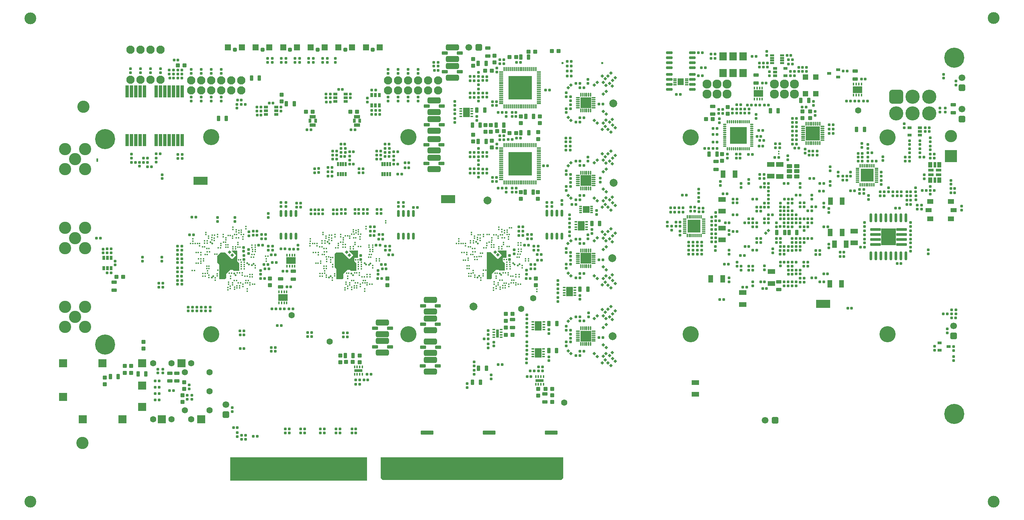
<source format=gbs>
G04*
G04 #@! TF.GenerationSoftware,Altium Limited,Altium Designer,19.1.6 (110)*
G04*
G04 Layer_Color=16711935*
%FSLAX44Y44*%
%MOMM*%
G71*
G01*
G75*
%ADD59C,1.6000*%
%ADD63R,0.4000X0.8000*%
%ADD64R,0.8000X0.4000*%
%ADD95C,0.5000*%
%ADD112R,34.8000X5.9750*%
G04:AMPARAMS|DCode=113|XSize=1.1mm|YSize=1mm|CornerRadius=0.1625mm|HoleSize=0mm|Usage=FLASHONLY|Rotation=90.000|XOffset=0mm|YOffset=0mm|HoleType=Round|Shape=RoundedRectangle|*
%AMROUNDEDRECTD113*
21,1,1.1000,0.6750,0,0,90.0*
21,1,0.7750,1.0000,0,0,90.0*
1,1,0.3250,0.3375,0.3875*
1,1,0.3250,0.3375,-0.3875*
1,1,0.3250,-0.3375,-0.3875*
1,1,0.3250,-0.3375,0.3875*
%
%ADD113ROUNDEDRECTD113*%
G04:AMPARAMS|DCode=114|XSize=0.6mm|YSize=0.7mm|CornerRadius=0.1mm|HoleSize=0mm|Usage=FLASHONLY|Rotation=0.000|XOffset=0mm|YOffset=0mm|HoleType=Round|Shape=RoundedRectangle|*
%AMROUNDEDRECTD114*
21,1,0.6000,0.5000,0,0,0.0*
21,1,0.4000,0.7000,0,0,0.0*
1,1,0.2000,0.2000,-0.2500*
1,1,0.2000,-0.2000,-0.2500*
1,1,0.2000,-0.2000,0.2500*
1,1,0.2000,0.2000,0.2500*
%
%ADD114ROUNDEDRECTD114*%
G04:AMPARAMS|DCode=115|XSize=0.6mm|YSize=0.7mm|CornerRadius=0.1mm|HoleSize=0mm|Usage=FLASHONLY|Rotation=90.000|XOffset=0mm|YOffset=0mm|HoleType=Round|Shape=RoundedRectangle|*
%AMROUNDEDRECTD115*
21,1,0.6000,0.5000,0,0,90.0*
21,1,0.4000,0.7000,0,0,90.0*
1,1,0.2000,0.2500,0.2000*
1,1,0.2000,0.2500,-0.2000*
1,1,0.2000,-0.2500,-0.2000*
1,1,0.2000,-0.2500,0.2000*
%
%ADD115ROUNDEDRECTD115*%
G04:AMPARAMS|DCode=116|XSize=0.7mm|YSize=0.7mm|CornerRadius=0.11mm|HoleSize=0mm|Usage=FLASHONLY|Rotation=270.000|XOffset=0mm|YOffset=0mm|HoleType=Round|Shape=RoundedRectangle|*
%AMROUNDEDRECTD116*
21,1,0.7000,0.4800,0,0,270.0*
21,1,0.4800,0.7000,0,0,270.0*
1,1,0.2200,-0.2400,-0.2400*
1,1,0.2200,-0.2400,0.2400*
1,1,0.2200,0.2400,0.2400*
1,1,0.2200,0.2400,-0.2400*
%
%ADD116ROUNDEDRECTD116*%
G04:AMPARAMS|DCode=117|XSize=0.7mm|YSize=0.7mm|CornerRadius=0.11mm|HoleSize=0mm|Usage=FLASHONLY|Rotation=0.000|XOffset=0mm|YOffset=0mm|HoleType=Round|Shape=RoundedRectangle|*
%AMROUNDEDRECTD117*
21,1,0.7000,0.4800,0,0,0.0*
21,1,0.4800,0.7000,0,0,0.0*
1,1,0.2200,0.2400,-0.2400*
1,1,0.2200,-0.2400,-0.2400*
1,1,0.2200,-0.2400,0.2400*
1,1,0.2200,0.2400,0.2400*
%
%ADD117ROUNDEDRECTD117*%
G04:AMPARAMS|DCode=118|XSize=0.6mm|YSize=0.7mm|CornerRadius=0.1mm|HoleSize=0mm|Usage=FLASHONLY|Rotation=225.000|XOffset=0mm|YOffset=0mm|HoleType=Round|Shape=RoundedRectangle|*
%AMROUNDEDRECTD118*
21,1,0.6000,0.5000,0,0,225.0*
21,1,0.4000,0.7000,0,0,225.0*
1,1,0.2000,-0.3182,0.0354*
1,1,0.2000,-0.0354,0.3182*
1,1,0.2000,0.3182,-0.0354*
1,1,0.2000,0.0354,-0.3182*
%
%ADD118ROUNDEDRECTD118*%
G04:AMPARAMS|DCode=119|XSize=1.1mm|YSize=1mm|CornerRadius=0.1625mm|HoleSize=0mm|Usage=FLASHONLY|Rotation=0.000|XOffset=0mm|YOffset=0mm|HoleType=Round|Shape=RoundedRectangle|*
%AMROUNDEDRECTD119*
21,1,1.1000,0.6750,0,0,0.0*
21,1,0.7750,1.0000,0,0,0.0*
1,1,0.3250,0.3875,-0.3375*
1,1,0.3250,-0.3875,-0.3375*
1,1,0.3250,-0.3875,0.3375*
1,1,0.3250,0.3875,0.3375*
%
%ADD119ROUNDEDRECTD119*%
G04:AMPARAMS|DCode=120|XSize=1.4mm|YSize=0.9mm|CornerRadius=0.15mm|HoleSize=0mm|Usage=FLASHONLY|Rotation=180.000|XOffset=0mm|YOffset=0mm|HoleType=Round|Shape=RoundedRectangle|*
%AMROUNDEDRECTD120*
21,1,1.4000,0.6000,0,0,180.0*
21,1,1.1000,0.9000,0,0,180.0*
1,1,0.3000,-0.5500,0.3000*
1,1,0.3000,0.5500,0.3000*
1,1,0.3000,0.5500,-0.3000*
1,1,0.3000,-0.5500,-0.3000*
%
%ADD120ROUNDEDRECTD120*%
G04:AMPARAMS|DCode=124|XSize=1.4mm|YSize=0.9mm|CornerRadius=0.15mm|HoleSize=0mm|Usage=FLASHONLY|Rotation=270.000|XOffset=0mm|YOffset=0mm|HoleType=Round|Shape=RoundedRectangle|*
%AMROUNDEDRECTD124*
21,1,1.4000,0.6000,0,0,270.0*
21,1,1.1000,0.9000,0,0,270.0*
1,1,0.3000,-0.3000,-0.5500*
1,1,0.3000,-0.3000,0.5500*
1,1,0.3000,0.3000,0.5500*
1,1,0.3000,0.3000,-0.5500*
%
%ADD124ROUNDEDRECTD124*%
%ADD127R,3.6000X2.0000*%
%ADD138C,2.0000*%
G04:AMPARAMS|DCode=140|XSize=0.6mm|YSize=0.7mm|CornerRadius=0.1mm|HoleSize=0mm|Usage=FLASHONLY|Rotation=135.000|XOffset=0mm|YOffset=0mm|HoleType=Round|Shape=RoundedRectangle|*
%AMROUNDEDRECTD140*
21,1,0.6000,0.5000,0,0,135.0*
21,1,0.4000,0.7000,0,0,135.0*
1,1,0.2000,0.0354,0.3182*
1,1,0.2000,0.3182,0.0354*
1,1,0.2000,-0.0354,-0.3182*
1,1,0.2000,-0.3182,-0.0354*
%
%ADD140ROUNDEDRECTD140*%
G04:AMPARAMS|DCode=143|XSize=0.7mm|YSize=0.7mm|CornerRadius=0.11mm|HoleSize=0mm|Usage=FLASHONLY|Rotation=225.000|XOffset=0mm|YOffset=0mm|HoleType=Round|Shape=RoundedRectangle|*
%AMROUNDEDRECTD143*
21,1,0.7000,0.4800,0,0,225.0*
21,1,0.4800,0.7000,0,0,225.0*
1,1,0.2200,-0.3394,0.0000*
1,1,0.2200,0.0000,0.3394*
1,1,0.2200,0.3394,0.0000*
1,1,0.2200,0.0000,-0.3394*
%
%ADD143ROUNDEDRECTD143*%
G04:AMPARAMS|DCode=147|XSize=0.7mm|YSize=1.1mm|CornerRadius=0.125mm|HoleSize=0mm|Usage=FLASHONLY|Rotation=0.000|XOffset=0mm|YOffset=0mm|HoleType=Round|Shape=RoundedRectangle|*
%AMROUNDEDRECTD147*
21,1,0.7000,0.8500,0,0,0.0*
21,1,0.4500,1.1000,0,0,0.0*
1,1,0.2500,0.2250,-0.4250*
1,1,0.2500,-0.2250,-0.4250*
1,1,0.2500,-0.2250,0.4250*
1,1,0.2500,0.2250,0.4250*
%
%ADD147ROUNDEDRECTD147*%
%ADD148R,0.5000X1.1000*%
G04:AMPARAMS|DCode=149|XSize=0.7mm|YSize=1.1mm|CornerRadius=0.125mm|HoleSize=0mm|Usage=FLASHONLY|Rotation=90.000|XOffset=0mm|YOffset=0mm|HoleType=Round|Shape=RoundedRectangle|*
%AMROUNDEDRECTD149*
21,1,0.7000,0.8500,0,0,90.0*
21,1,0.4500,1.1000,0,0,90.0*
1,1,0.2500,0.4250,0.2250*
1,1,0.2500,0.4250,-0.2250*
1,1,0.2500,-0.4250,-0.2250*
1,1,0.2500,-0.4250,0.2250*
%
%ADD149ROUNDEDRECTD149*%
%ADD150C,1.7000*%
G04:AMPARAMS|DCode=161|XSize=1.6mm|YSize=0.81mm|CornerRadius=0.2275mm|HoleSize=0mm|Usage=FLASHONLY|Rotation=180.000|XOffset=0mm|YOffset=0mm|HoleType=Round|Shape=RoundedRectangle|*
%AMROUNDEDRECTD161*
21,1,1.6000,0.3550,0,0,180.0*
21,1,1.1450,0.8100,0,0,180.0*
1,1,0.4550,-0.5725,0.1775*
1,1,0.4550,0.5725,0.1775*
1,1,0.4550,0.5725,-0.1775*
1,1,0.4550,-0.5725,-0.1775*
%
%ADD161ROUNDEDRECTD161*%
G04:AMPARAMS|DCode=162|XSize=3.35mm|YSize=1.6mm|CornerRadius=0.425mm|HoleSize=0mm|Usage=FLASHONLY|Rotation=180.000|XOffset=0mm|YOffset=0mm|HoleType=Round|Shape=RoundedRectangle|*
%AMROUNDEDRECTD162*
21,1,3.3500,0.7500,0,0,180.0*
21,1,2.5000,1.6000,0,0,180.0*
1,1,0.8500,-1.2500,0.3750*
1,1,0.8500,1.2500,0.3750*
1,1,0.8500,1.2500,-0.3750*
1,1,0.8500,-1.2500,-0.3750*
%
%ADD162ROUNDEDRECTD162*%
%ADD165R,0.4000X0.4100*%
%ADD166R,0.7000X1.0000*%
%ADD167R,1.6000X0.8500*%
G04:AMPARAMS|DCode=177|XSize=1.9mm|YSize=1.25mm|CornerRadius=0.1938mm|HoleSize=0mm|Usage=FLASHONLY|Rotation=90.000|XOffset=0mm|YOffset=0mm|HoleType=Round|Shape=RoundedRectangle|*
%AMROUNDEDRECTD177*
21,1,1.9000,0.8625,0,0,90.0*
21,1,1.5125,1.2500,0,0,90.0*
1,1,0.3875,0.4313,0.7563*
1,1,0.3875,0.4313,-0.7563*
1,1,0.3875,-0.4313,-0.7563*
1,1,0.3875,-0.4313,0.7563*
%
%ADD177ROUNDEDRECTD177*%
G04:AMPARAMS|DCode=178|XSize=1.9mm|YSize=1.25mm|CornerRadius=0.1938mm|HoleSize=0mm|Usage=FLASHONLY|Rotation=180.000|XOffset=0mm|YOffset=0mm|HoleType=Round|Shape=RoundedRectangle|*
%AMROUNDEDRECTD178*
21,1,1.9000,0.8625,0,0,180.0*
21,1,1.5125,1.2500,0,0,180.0*
1,1,0.3875,-0.7563,0.4313*
1,1,0.3875,0.7563,0.4313*
1,1,0.3875,0.7563,-0.4313*
1,1,0.3875,-0.7563,-0.4313*
%
%ADD178ROUNDEDRECTD178*%
%ADD183C,3.0000*%
%ADD192R,0.4500X0.4000*%
%ADD193C,0.6000*%
%ADD194R,0.8000X4.3000*%
%ADD195R,0.8000X3.3000*%
G04:AMPARAMS|DCode=196|XSize=0.7mm|YSize=0.7mm|CornerRadius=0.11mm|HoleSize=0mm|Usage=FLASHONLY|Rotation=315.000|XOffset=0mm|YOffset=0mm|HoleType=Round|Shape=RoundedRectangle|*
%AMROUNDEDRECTD196*
21,1,0.7000,0.4800,0,0,315.0*
21,1,0.4800,0.7000,0,0,315.0*
1,1,0.2200,0.0000,-0.3394*
1,1,0.2200,-0.3394,0.0000*
1,1,0.2200,0.0000,0.3394*
1,1,0.2200,0.3394,0.0000*
%
%ADD196ROUNDEDRECTD196*%
G04:AMPARAMS|DCode=209|XSize=1.1mm|YSize=3.3mm|CornerRadius=0.3mm|HoleSize=0mm|Usage=FLASHONLY|Rotation=270.000|XOffset=0mm|YOffset=0mm|HoleType=Round|Shape=RoundedRectangle|*
%AMROUNDEDRECTD209*
21,1,1.1000,2.7000,0,0,270.0*
21,1,0.5000,3.3000,0,0,270.0*
1,1,0.6000,-1.3500,-0.2500*
1,1,0.6000,-1.3500,0.2500*
1,1,0.6000,1.3500,0.2500*
1,1,0.6000,1.3500,-0.2500*
%
%ADD209ROUNDEDRECTD209*%
%ADD210C,3.1000*%
G04:AMPARAMS|DCode=211|XSize=1.624mm|YSize=1.624mm|CornerRadius=0.2405mm|HoleSize=0mm|Usage=FLASHONLY|Rotation=270.000|XOffset=0mm|YOffset=0mm|HoleType=Round|Shape=RoundedRectangle|*
%AMROUNDEDRECTD211*
21,1,1.6240,1.1430,0,0,270.0*
21,1,1.1430,1.6240,0,0,270.0*
1,1,0.4810,-0.5715,-0.5715*
1,1,0.4810,-0.5715,0.5715*
1,1,0.4810,0.5715,0.5715*
1,1,0.4810,0.5715,-0.5715*
%
%ADD211ROUNDEDRECTD211*%
G04:AMPARAMS|DCode=212|XSize=1.624mm|YSize=1.624mm|CornerRadius=0.2405mm|HoleSize=0mm|Usage=FLASHONLY|Rotation=180.000|XOffset=0mm|YOffset=0mm|HoleType=Round|Shape=RoundedRectangle|*
%AMROUNDEDRECTD212*
21,1,1.6240,1.1430,0,0,180.0*
21,1,1.1430,1.6240,0,0,180.0*
1,1,0.4810,-0.5715,0.5715*
1,1,0.4810,0.5715,0.5715*
1,1,0.4810,0.5715,-0.5715*
1,1,0.4810,-0.5715,-0.5715*
%
%ADD212ROUNDEDRECTD212*%
%ADD213C,1.5600*%
%ADD214C,2.1000*%
%ADD215C,4.1000*%
%ADD216R,2.1000X2.1000*%
%ADD217C,2.3000*%
%ADD218C,5.1000*%
%ADD219R,3.1000X3.1000*%
G04:AMPARAMS|DCode=220|XSize=3.6mm|YSize=3.6mm|CornerRadius=0.925mm|HoleSize=0mm|Usage=FLASHONLY|Rotation=180.000|XOffset=0mm|YOffset=0mm|HoleType=Round|Shape=RoundedRectangle|*
%AMROUNDEDRECTD220*
21,1,3.6000,1.7500,0,0,180.0*
21,1,1.7500,3.6000,0,0,180.0*
1,1,1.8500,-0.8750,0.8750*
1,1,1.8500,0.8750,0.8750*
1,1,1.8500,0.8750,-0.8750*
1,1,1.8500,-0.8750,-0.8750*
%
%ADD220ROUNDEDRECTD220*%
%ADD221C,3.6000*%
G04:AMPARAMS|DCode=324|XSize=0.65mm|YSize=2.7mm|CornerRadius=0.1875mm|HoleSize=0mm|Usage=FLASHONLY|Rotation=270.000|XOffset=0mm|YOffset=0mm|HoleType=Round|Shape=RoundedRectangle|*
%AMROUNDEDRECTD324*
21,1,0.6500,2.3250,0,0,270.0*
21,1,0.2750,2.7000,0,0,270.0*
1,1,0.3750,-1.1625,-0.1375*
1,1,0.3750,-1.1625,0.1375*
1,1,0.3750,1.1625,0.1375*
1,1,0.3750,1.1625,-0.1375*
%
%ADD324ROUNDEDRECTD324*%
%ADD325R,3.7000X4.3000*%
G04:AMPARAMS|DCode=326|XSize=1.6mm|YSize=1.6mm|CornerRadius=0.2375mm|HoleSize=0mm|Usage=FLASHONLY|Rotation=0.000|XOffset=0mm|YOffset=0mm|HoleType=Round|Shape=RoundedRectangle|*
%AMROUNDEDRECTD326*
21,1,1.6000,1.1250,0,0,0.0*
21,1,1.1250,1.6000,0,0,0.0*
1,1,0.4750,0.5625,-0.5625*
1,1,0.4750,-0.5625,-0.5625*
1,1,0.4750,-0.5625,0.5625*
1,1,0.4750,0.5625,0.5625*
%
%ADD326ROUNDEDRECTD326*%
G04:AMPARAMS|DCode=327|XSize=1mm|YSize=1mm|CornerRadius=0.1625mm|HoleSize=0mm|Usage=FLASHONLY|Rotation=0.000|XOffset=0mm|YOffset=0mm|HoleType=Round|Shape=RoundedRectangle|*
%AMROUNDEDRECTD327*
21,1,1.0000,0.6750,0,0,0.0*
21,1,0.6750,1.0000,0,0,0.0*
1,1,0.3250,0.3375,-0.3375*
1,1,0.3250,-0.3375,-0.3375*
1,1,0.3250,-0.3375,0.3375*
1,1,0.3250,0.3375,0.3375*
%
%ADD327ROUNDEDRECTD327*%
%ADD328R,1.9000X2.1000*%
%ADD329R,1.3500X1.4500*%
%ADD330R,1.6000X1.3000*%
%ADD331R,1.5000X1.0000*%
%ADD332R,1.1000X1.4500*%
%ADD333R,1.4500X0.8000*%
%ADD334R,0.8000X1.4500*%
%ADD335R,1.1000X0.5000*%
%ADD336O,0.4000X1.0000*%
%ADD337O,1.0000X0.4000*%
%ADD338R,3.6500X3.6500*%
%ADD339R,0.9000X3.1000*%
%ADD340R,0.9000X0.4000*%
%ADD341R,1.5000X1.7000*%
G04:AMPARAMS|DCode=342|XSize=0.35mm|YSize=0.85mm|CornerRadius=0.1125mm|HoleSize=0mm|Usage=FLASHONLY|Rotation=180.000|XOffset=0mm|YOffset=0mm|HoleType=Round|Shape=RoundedRectangle|*
%AMROUNDEDRECTD342*
21,1,0.3500,0.6250,0,0,180.0*
21,1,0.1250,0.8500,0,0,180.0*
1,1,0.2250,-0.0625,0.3125*
1,1,0.2250,0.0625,0.3125*
1,1,0.2250,0.0625,-0.3125*
1,1,0.2250,-0.0625,-0.3125*
%
%ADD342ROUNDEDRECTD342*%
G04:AMPARAMS|DCode=343|XSize=0.35mm|YSize=0.85mm|CornerRadius=0.1125mm|HoleSize=0mm|Usage=FLASHONLY|Rotation=90.000|XOffset=0mm|YOffset=0mm|HoleType=Round|Shape=RoundedRectangle|*
%AMROUNDEDRECTD343*
21,1,0.3500,0.6250,0,0,90.0*
21,1,0.1250,0.8500,0,0,90.0*
1,1,0.2250,0.3125,0.0625*
1,1,0.2250,0.3125,-0.0625*
1,1,0.2250,-0.3125,-0.0625*
1,1,0.2250,-0.3125,0.0625*
%
%ADD343ROUNDEDRECTD343*%
%ADD344R,4.2000X4.2000*%
G04:AMPARAMS|DCode=345|XSize=0.35mm|YSize=0.9mm|CornerRadius=0.1125mm|HoleSize=0mm|Usage=FLASHONLY|Rotation=270.000|XOffset=0mm|YOffset=0mm|HoleType=Round|Shape=RoundedRectangle|*
%AMROUNDEDRECTD345*
21,1,0.3500,0.6750,0,0,270.0*
21,1,0.1250,0.9000,0,0,270.0*
1,1,0.2250,-0.3375,-0.0625*
1,1,0.2250,-0.3375,0.0625*
1,1,0.2250,0.3375,0.0625*
1,1,0.2250,0.3375,-0.0625*
%
%ADD345ROUNDEDRECTD345*%
G04:AMPARAMS|DCode=346|XSize=0.35mm|YSize=0.9mm|CornerRadius=0.1125mm|HoleSize=0mm|Usage=FLASHONLY|Rotation=0.000|XOffset=0mm|YOffset=0mm|HoleType=Round|Shape=RoundedRectangle|*
%AMROUNDEDRECTD346*
21,1,0.3500,0.6750,0,0,0.0*
21,1,0.1250,0.9000,0,0,0.0*
1,1,0.2250,0.0625,-0.3375*
1,1,0.2250,-0.0625,-0.3375*
1,1,0.2250,-0.0625,0.3375*
1,1,0.2250,0.0625,0.3375*
%
%ADD346ROUNDEDRECTD346*%
%ADD347R,3.2000X3.2000*%
%ADD348R,3.2000X3.2000*%
%ADD349R,0.4000X0.4500*%
%ADD350R,0.7400X2.0900*%
%ADD351R,0.7400X0.4400*%
%ADD352R,2.0900X0.7400*%
%ADD353R,0.4400X0.7400*%
G04:AMPARAMS|DCode=354|XSize=0.7mm|YSize=1.65mm|CornerRadius=0.2mm|HoleSize=0mm|Usage=FLASHONLY|Rotation=270.000|XOffset=0mm|YOffset=0mm|HoleType=Round|Shape=RoundedRectangle|*
%AMROUNDEDRECTD354*
21,1,0.7000,1.2500,0,0,270.0*
21,1,0.3000,1.6500,0,0,270.0*
1,1,0.4000,-0.6250,-0.1500*
1,1,0.4000,-0.6250,0.1500*
1,1,0.4000,0.6250,0.1500*
1,1,0.4000,0.6250,-0.1500*
%
%ADD354ROUNDEDRECTD354*%
%ADD355R,2.4500X1.7000*%
%ADD356R,1.7000X2.4500*%
G04:AMPARAMS|DCode=357|XSize=1.1mm|YSize=1.3mm|CornerRadius=0.175mm|HoleSize=0mm|Usage=FLASHONLY|Rotation=270.000|XOffset=0mm|YOffset=0mm|HoleType=Round|Shape=RoundedRectangle|*
%AMROUNDEDRECTD357*
21,1,1.1000,0.9500,0,0,270.0*
21,1,0.7500,1.3000,0,0,270.0*
1,1,0.3500,-0.4750,-0.3750*
1,1,0.3500,-0.4750,0.3750*
1,1,0.3500,0.4750,0.3750*
1,1,0.3500,0.4750,-0.3750*
%
%ADD357ROUNDEDRECTD357*%
%ADD358R,1.7000X1.7000*%
%ADD359R,0.7250X0.3500*%
%ADD360O,0.7000X2.3000*%
G04:AMPARAMS|DCode=361|XSize=1.05mm|YSize=0.4mm|CornerRadius=0.125mm|HoleSize=0mm|Usage=FLASHONLY|Rotation=90.000|XOffset=0mm|YOffset=0mm|HoleType=Round|Shape=RoundedRectangle|*
%AMROUNDEDRECTD361*
21,1,1.0500,0.1500,0,0,90.0*
21,1,0.8000,0.4000,0,0,90.0*
1,1,0.2500,0.0750,0.4000*
1,1,0.2500,0.0750,-0.4000*
1,1,0.2500,-0.0750,-0.4000*
1,1,0.2500,-0.0750,0.4000*
%
%ADD361ROUNDEDRECTD361*%
G04:AMPARAMS|DCode=362|XSize=1.05mm|YSize=0.4mm|CornerRadius=0.125mm|HoleSize=0mm|Usage=FLASHONLY|Rotation=0.000|XOffset=0mm|YOffset=0mm|HoleType=Round|Shape=RoundedRectangle|*
%AMROUNDEDRECTD362*
21,1,1.0500,0.1500,0,0,0.0*
21,1,0.8000,0.4000,0,0,0.0*
1,1,0.2500,0.4000,-0.0750*
1,1,0.2500,-0.4000,-0.0750*
1,1,0.2500,-0.4000,0.0750*
1,1,0.2500,0.4000,0.0750*
%
%ADD362ROUNDEDRECTD362*%
%ADD363R,5.9500X5.9500*%
G04:AMPARAMS|DCode=364|XSize=0.4mm|YSize=0.45mm|CornerRadius=0mm|HoleSize=0mm|Usage=FLASHONLY|Rotation=315.000|XOffset=0mm|YOffset=0mm|HoleType=Round|Shape=Rectangle|*
%AMROTATEDRECTD364*
4,1,4,-0.3005,-0.0177,0.0177,0.3005,0.3005,0.0177,-0.0177,-0.3005,-0.3005,-0.0177,0.0*
%
%ADD364ROTATEDRECTD364*%

%ADD365O,0.7000X1.8000*%
G04:AMPARAMS|DCode=366|XSize=0.4mm|YSize=0.45mm|CornerRadius=0mm|HoleSize=0mm|Usage=FLASHONLY|Rotation=225.000|XOffset=0mm|YOffset=0mm|HoleType=Round|Shape=Rectangle|*
%AMROTATEDRECTD366*
4,1,4,-0.0177,0.3005,0.3005,-0.0177,0.0177,-0.3005,-0.3005,0.0177,-0.0177,0.3005,0.0*
%
%ADD366ROTATEDRECTD366*%

G04:AMPARAMS|DCode=367|XSize=0.4mm|YSize=1mm|CornerRadius=0.125mm|HoleSize=0mm|Usage=FLASHONLY|Rotation=270.000|XOffset=0mm|YOffset=0mm|HoleType=Round|Shape=RoundedRectangle|*
%AMROUNDEDRECTD367*
21,1,0.4000,0.7500,0,0,270.0*
21,1,0.1500,1.0000,0,0,270.0*
1,1,0.2500,-0.3750,-0.0750*
1,1,0.2500,-0.3750,0.0750*
1,1,0.2500,0.3750,0.0750*
1,1,0.2500,0.3750,-0.0750*
%
%ADD367ROUNDEDRECTD367*%
G04:AMPARAMS|DCode=368|XSize=0.4mm|YSize=1mm|CornerRadius=0.125mm|HoleSize=0mm|Usage=FLASHONLY|Rotation=0.000|XOffset=0mm|YOffset=0mm|HoleType=Round|Shape=RoundedRectangle|*
%AMROUNDEDRECTD368*
21,1,0.4000,0.7500,0,0,0.0*
21,1,0.1500,1.0000,0,0,0.0*
1,1,0.2500,0.0750,-0.3750*
1,1,0.2500,-0.0750,-0.3750*
1,1,0.2500,-0.0750,0.3750*
1,1,0.2500,0.0750,0.3750*
%
%ADD368ROUNDEDRECTD368*%
%ADD369R,2.8000X2.8000*%
G36*
X112750Y807750D02*
X108750D01*
Y815750D01*
X112750Y815750D01*
X112750Y807750D01*
D02*
G37*
G36*
X1148721Y582256D02*
X1148815Y582227D01*
X1148902Y582180D01*
X1148978Y582118D01*
X1149040Y582042D01*
X1149087Y581955D01*
X1149115Y581861D01*
X1149125Y581763D01*
Y564263D01*
X1149115Y564165D01*
X1149087Y564071D01*
X1149040Y563984D01*
X1148978Y563908D01*
X1148902Y563845D01*
X1148815Y563799D01*
X1148721Y563770D01*
X1148623Y563760D01*
X1139685Y563760D01*
X1139685Y555307D01*
X1144728Y550264D01*
X1144790Y550188D01*
X1144837Y550101D01*
X1144865Y550006D01*
X1144870Y549958D01*
X1144875Y549908D01*
X1144875Y549908D01*
X1144875Y531750D01*
X1144865Y531652D01*
X1144837Y531558D01*
X1144790Y531471D01*
X1144728Y531395D01*
X1144652Y531332D01*
X1144565Y531286D01*
X1144471Y531257D01*
X1144373Y531248D01*
X1131136D01*
X1131135Y531248D01*
X1131037Y531257D01*
X1130943Y531286D01*
X1130856Y531332D01*
X1130818Y531363D01*
X1130780Y531395D01*
X1130780Y531395D01*
X1128915Y533260D01*
X1122081Y533260D01*
X1111715Y522894D01*
X1111715Y512353D01*
X1111715Y512352D01*
X1111710Y512303D01*
X1111705Y512254D01*
X1111676Y512160D01*
X1111630Y512073D01*
X1111596Y512031D01*
X1111568Y511997D01*
X1111567Y511997D01*
X1108978Y509407D01*
X1108901Y509345D01*
X1108815Y509298D01*
X1108793Y509292D01*
X1108720Y509270D01*
X1108671Y509265D01*
X1108622Y509260D01*
X1108622Y509260D01*
X1099500Y509260D01*
X1099402Y509270D01*
X1099308Y509298D01*
X1099221Y509345D01*
X1099145Y509407D01*
X1099082Y509483D01*
X1099036Y509570D01*
X1099007Y509664D01*
X1098998Y509762D01*
X1098997Y556134D01*
D01*
Y556134D01*
X1098998Y577263D01*
X1099008Y577361D01*
X1099036Y577455D01*
X1099083Y577542D01*
X1099134Y577604D01*
X1099145Y577618D01*
X1099146D01*
Y577618D01*
X1099159Y577629D01*
X1099222Y577681D01*
X1099308Y577727D01*
X1099403Y577756D01*
X1099501Y577765D01*
X1099501D01*
D01*
D01*
X1108872Y577765D01*
X1108872Y577765D01*
X1108961Y577756D01*
X1108970Y577755D01*
X1109065Y577727D01*
X1109151Y577680D01*
X1109193Y577646D01*
X1109228Y577618D01*
X1109228Y577618D01*
X1125831Y561015D01*
X1128165Y561015D01*
X1136370Y569221D01*
X1136370Y571134D01*
X1126768Y580737D01*
X1126767Y580737D01*
X1126739Y580771D01*
X1126705Y580813D01*
X1126658Y580900D01*
X1126630Y580994D01*
X1126620Y581092D01*
X1126620Y581093D01*
Y581763D01*
X1126630Y581861D01*
X1126658Y581955D01*
X1126705Y582042D01*
X1126767Y582118D01*
X1126843Y582180D01*
X1126930Y582227D01*
X1127025Y582256D01*
X1127123Y582265D01*
X1148623D01*
X1148721Y582256D01*
D02*
G37*
G36*
X771818Y582088D02*
X771913Y582060D01*
X771999Y582013D01*
X772076Y581951D01*
X772138Y581875D01*
X772185Y581788D01*
X772213Y581693D01*
X772223Y581595D01*
Y564095D01*
X772213Y563997D01*
X772185Y563903D01*
X772138Y563816D01*
X772076Y563740D01*
X771999Y563678D01*
X771913Y563631D01*
X771818Y563603D01*
X771720Y563593D01*
X762782Y563593D01*
X762782Y555140D01*
X767825Y550097D01*
X767888Y550020D01*
X767934Y549934D01*
X767963Y549839D01*
X767968Y549790D01*
X767973Y549741D01*
X767973Y549741D01*
X767973Y531185D01*
X767963Y531087D01*
X767934Y530993D01*
X767888Y530906D01*
X767826Y530830D01*
X767749Y530768D01*
X767663Y530721D01*
X767568Y530692D01*
X767470Y530683D01*
X754631D01*
X754631Y530683D01*
X754579Y530688D01*
X754533Y530692D01*
X754460Y530714D01*
X754438Y530721D01*
X754352Y530768D01*
X754317Y530796D01*
X754275Y530830D01*
X754275Y530830D01*
X752012Y533093D01*
X745178Y533093D01*
X734813Y522727D01*
X734812Y512185D01*
X734812Y512185D01*
X734808Y512136D01*
X734803Y512087D01*
X734774Y511993D01*
X734728Y511906D01*
X734693Y511864D01*
X734665Y511830D01*
X734665Y511830D01*
X732075Y509240D01*
X731999Y509177D01*
X731912Y509131D01*
X731890Y509124D01*
X731818Y509102D01*
X731769Y509098D01*
X731720Y509093D01*
X731720Y509093D01*
X717846Y509093D01*
X717747Y509102D01*
X717653Y509131D01*
X717566Y509177D01*
X717490Y509240D01*
X717428Y509316D01*
X717381Y509403D01*
X717353Y509497D01*
X717343Y509595D01*
X717343Y535481D01*
X712615Y540209D01*
X712615Y540209D01*
X712587Y540243D01*
X712552Y540285D01*
X712506Y540372D01*
X712477Y540466D01*
X712473Y540515D01*
X712468Y540564D01*
X712468Y540565D01*
X712468Y573127D01*
X712478Y573225D01*
X712499Y573297D01*
X712506Y573319D01*
X712553Y573406D01*
X712615Y573482D01*
X712615Y573482D01*
X716584Y577451D01*
X716660Y577513D01*
X716747Y577560D01*
X716769Y577566D01*
X716841Y577588D01*
X716890Y577593D01*
X716939Y577598D01*
X716939Y577598D01*
X731970Y577598D01*
X731970Y577598D01*
X732059Y577589D01*
X732068Y577588D01*
X732162Y577560D01*
X732249Y577513D01*
X732291Y577479D01*
X732325Y577451D01*
X732325Y577450D01*
X748929Y560848D01*
X751262Y560848D01*
X759468Y569054D01*
X759468Y570967D01*
X749865Y580570D01*
X749865Y580570D01*
X749837Y580604D01*
X749803Y580646D01*
X749756Y580733D01*
X749728Y580827D01*
X749718Y580925D01*
X749718Y580925D01*
Y581595D01*
X749728Y581693D01*
X749756Y581788D01*
X749803Y581875D01*
X749865Y581951D01*
X749941Y582013D01*
X750028Y582060D01*
X750122Y582088D01*
X750220Y582098D01*
X771720D01*
X771818Y582088D01*
D02*
G37*
G36*
X464878D02*
X464972Y582060D01*
X465059Y582013D01*
X465135Y581951D01*
X465197Y581875D01*
X465244Y581788D01*
X465272Y581693D01*
X465282Y581595D01*
Y564096D01*
X465282Y555140D01*
X470326Y550097D01*
X470388Y550020D01*
X470434Y549934D01*
X470463Y549839D01*
X470468Y549790D01*
X470473Y549741D01*
X470473Y549741D01*
X470473Y531185D01*
X470463Y531087D01*
X470434Y530993D01*
X470388Y530906D01*
X470326Y530830D01*
X470249Y530768D01*
X470163Y530721D01*
X470068Y530692D01*
X469970Y530683D01*
X457131D01*
X457131Y530683D01*
X457079Y530688D01*
X457033Y530692D01*
X456960Y530714D01*
X456938Y530721D01*
X456851Y530768D01*
X456817Y530796D01*
X456775Y530830D01*
X456775Y530830D01*
X454512Y533093D01*
X447678Y533093D01*
X437313Y522727D01*
X437312Y512185D01*
X437312Y512185D01*
X437307Y512136D01*
X437303Y512087D01*
X437274Y511993D01*
X437228Y511906D01*
X437193Y511864D01*
X437165Y511830D01*
X437165Y511830D01*
X434575Y509240D01*
X434499Y509177D01*
X434412Y509131D01*
X434390Y509124D01*
X434318Y509102D01*
X434269Y509098D01*
X434220Y509093D01*
X434220Y509093D01*
X420345Y509093D01*
X420247Y509102D01*
X420153Y509131D01*
X420066Y509177D01*
X419990Y509240D01*
X419928Y509316D01*
X419881Y509403D01*
X419853Y509497D01*
X419843Y509595D01*
X419843Y547172D01*
X415115Y551900D01*
X415115Y551900D01*
X415052Y551976D01*
X415006Y552063D01*
X414999Y552085D01*
X414977Y552157D01*
X414973Y552206D01*
X414968Y552255D01*
X414968Y552255D01*
X414968Y568566D01*
X414977Y568664D01*
X414999Y568736D01*
X415006Y568758D01*
X415052Y568845D01*
X415115Y568921D01*
X415115Y568922D01*
X423644Y577451D01*
X423721Y577513D01*
X423807Y577560D01*
X423829Y577566D01*
X423902Y577588D01*
X423951Y577593D01*
X424000Y577598D01*
X424000Y577598D01*
X434470Y577598D01*
X434470Y577598D01*
X434559Y577589D01*
X434568Y577588D01*
X434662Y577560D01*
X434749Y577513D01*
X434791Y577479D01*
X434825Y577451D01*
X434825Y577450D01*
X451428Y560848D01*
X453762Y560848D01*
X461968Y569054D01*
X461968Y570967D01*
X452365Y580570D01*
X452365Y580570D01*
X452337Y580604D01*
X452303Y580646D01*
X452256Y580733D01*
X452228Y580827D01*
X452218Y580925D01*
X452218Y580925D01*
Y581595D01*
X452228Y581693D01*
X452256Y581788D01*
X452303Y581875D01*
X452365Y581951D01*
X452441Y582013D01*
X452528Y582060D01*
X452622Y582088D01*
X452720Y582098D01*
X464780D01*
X464878Y582088D01*
D02*
G37*
G36*
X1293000Y57251D02*
X1293001Y5001D01*
X1288000Y0D01*
X1175501Y0D01*
Y28625D01*
X1175501Y-0D01*
X834501Y-1D01*
X829500Y5000D01*
X829500Y57250D01*
X1175501Y57250D01*
Y57251D01*
X1293000Y57251D01*
D02*
G37*
D59*
X2041500Y938000D02*
D03*
X1186250Y434500D02*
D03*
X700000Y351250D02*
D03*
X603500Y418250D02*
D03*
X1216750Y461500D02*
D03*
X1295000Y196500D02*
D03*
X394990Y272910D02*
D03*
X251990Y296160D02*
D03*
X298990D02*
D03*
X348990D02*
D03*
X394990Y224910D02*
D03*
Y176910D02*
D03*
X348990Y153660D02*
D03*
X298990D02*
D03*
X251990D02*
D03*
D63*
X2049360Y1004454D02*
D03*
X2042860D02*
D03*
X2036360D02*
D03*
X2029860D02*
D03*
Y976954D02*
D03*
X2036360D02*
D03*
X2042860D02*
D03*
X2049360D02*
D03*
X1797860Y994454D02*
D03*
X1791360Y994454D02*
D03*
X1784860Y994454D02*
D03*
X1778360Y994454D02*
D03*
Y966954D02*
D03*
X1784860Y966954D02*
D03*
X1791360Y966954D02*
D03*
X1797860D02*
D03*
X592047Y542921D02*
D03*
X598547D02*
D03*
X605047D02*
D03*
X611547D02*
D03*
X611547Y570421D02*
D03*
X605047D02*
D03*
X598547Y570421D02*
D03*
X592047Y570421D02*
D03*
X591250Y477000D02*
D03*
X584750Y477000D02*
D03*
X578250Y477000D02*
D03*
X571750Y477000D02*
D03*
Y449500D02*
D03*
X578250Y449500D02*
D03*
X584750Y449500D02*
D03*
X591250Y449500D02*
D03*
D64*
X1352204Y635390D02*
D03*
Y641890D02*
D03*
Y648390D02*
D03*
Y654890D02*
D03*
X1324704D02*
D03*
Y648390D02*
D03*
Y641890D02*
D03*
Y635390D02*
D03*
X1243159Y312750D02*
D03*
Y319250D02*
D03*
Y325750D02*
D03*
Y332250D02*
D03*
X1215659D02*
D03*
Y325750D02*
D03*
Y319250D02*
D03*
Y312750D02*
D03*
X1060704Y923015D02*
D03*
Y929515D02*
D03*
Y936015D02*
D03*
Y942515D02*
D03*
X1033204D02*
D03*
Y936015D02*
D03*
Y929515D02*
D03*
Y923015D02*
D03*
X1243500Y381500D02*
D03*
Y388000D02*
D03*
Y394500D02*
D03*
Y401000D02*
D03*
X1216000D02*
D03*
Y394500D02*
D03*
Y388000D02*
D03*
Y381500D02*
D03*
X1322500Y468500D02*
D03*
Y475000D02*
D03*
Y481500D02*
D03*
Y488000D02*
D03*
X1295000Y488000D02*
D03*
Y481500D02*
D03*
X1295000Y475000D02*
D03*
X1295000Y468500D02*
D03*
D95*
X1126000Y375720D02*
D03*
Y367520D02*
D03*
X1236850Y252500D02*
D03*
X1228650Y252500D02*
D03*
X769150Y277750D02*
D03*
X777350Y277750D02*
D03*
D112*
X621500Y27375D02*
D03*
D113*
X176500Y515750D02*
D03*
X159500D02*
D03*
X332250Y1052250D02*
D03*
X315250D02*
D03*
X640225Y934845D02*
D03*
X657225D02*
D03*
X769515Y934801D02*
D03*
X752515D02*
D03*
X1164250Y368370D02*
D03*
X1147250D02*
D03*
X1147500Y421566D02*
D03*
X1164500D02*
D03*
X1264750Y231000D02*
D03*
X1247750D02*
D03*
X741250Y299250D02*
D03*
X758250D02*
D03*
X1125273Y885522D02*
D03*
X1142273D02*
D03*
X1156466Y880586D02*
D03*
X1173466Y880586D02*
D03*
X1156837Y1073707D02*
D03*
X1173837D02*
D03*
X1222038Y1087250D02*
D03*
X1205038D02*
D03*
X1094523Y1038271D02*
D03*
X1111523D02*
D03*
X1280750Y1088500D02*
D03*
X1263750D02*
D03*
X1671850Y916140D02*
D03*
X1654850D02*
D03*
D114*
X2289114Y1012480D02*
D03*
Y1002480D02*
D03*
X1556967Y644000D02*
D03*
Y654000D02*
D03*
X830420Y676106D02*
D03*
Y686106D02*
D03*
X786101Y676106D02*
D03*
Y686106D02*
D03*
X774160Y676106D02*
D03*
Y686106D02*
D03*
X729840Y676106D02*
D03*
Y686106D02*
D03*
X1810960Y1058000D02*
D03*
Y1048000D02*
D03*
X1800960Y1058000D02*
D03*
Y1048000D02*
D03*
X1790960D02*
D03*
Y1058000D02*
D03*
X1815750Y1036025D02*
D03*
Y1026025D02*
D03*
X1890250Y1047000D02*
D03*
Y1037000D02*
D03*
X1900250Y1047000D02*
D03*
Y1037000D02*
D03*
X1910250D02*
D03*
Y1047000D02*
D03*
X1927750Y951000D02*
D03*
Y961000D02*
D03*
X2066250Y841500D02*
D03*
Y851500D02*
D03*
Y809500D02*
D03*
Y819500D02*
D03*
X274660Y555250D02*
D03*
Y565250D02*
D03*
X225410Y565250D02*
D03*
Y555250D02*
D03*
X1791275Y765075D02*
D03*
Y775075D02*
D03*
X1802250Y775250D02*
D03*
Y765250D02*
D03*
X2208750Y764500D02*
D03*
Y774500D02*
D03*
X1809250Y1077500D02*
D03*
Y1087500D02*
D03*
X1916500Y824750D02*
D03*
Y834750D02*
D03*
X1926500D02*
D03*
Y824750D02*
D03*
X1906500Y829750D02*
D03*
Y839750D02*
D03*
X1932000Y935250D02*
D03*
Y925250D02*
D03*
X1937000Y824750D02*
D03*
Y834750D02*
D03*
X2172000Y861250D02*
D03*
Y851250D02*
D03*
X2198000Y861250D02*
D03*
Y851250D02*
D03*
X2221500Y894250D02*
D03*
Y884250D02*
D03*
X2211500D02*
D03*
Y894250D02*
D03*
X217250Y796250D02*
D03*
Y806250D02*
D03*
X197000Y817250D02*
D03*
Y827250D02*
D03*
X587500Y119500D02*
D03*
Y129500D02*
D03*
X597500D02*
D03*
Y119500D02*
D03*
X277000Y271250D02*
D03*
Y281250D02*
D03*
X275042Y764894D02*
D03*
Y774894D02*
D03*
X1722350Y930890D02*
D03*
Y940890D02*
D03*
X1862250Y822750D02*
D03*
Y812750D02*
D03*
X1843750Y682750D02*
D03*
Y672750D02*
D03*
X1853750Y692750D02*
D03*
Y682750D02*
D03*
X1843750Y702883D02*
D03*
Y692883D02*
D03*
X1833500Y652750D02*
D03*
Y642750D02*
D03*
X1783750Y682500D02*
D03*
Y692500D02*
D03*
X1773750Y492500D02*
D03*
Y502500D02*
D03*
X1774000Y532750D02*
D03*
Y542750D02*
D03*
X1803750Y533000D02*
D03*
Y543000D02*
D03*
X1713500Y502750D02*
D03*
Y512750D02*
D03*
X1924000Y652500D02*
D03*
Y662500D02*
D03*
X1954000Y692750D02*
D03*
Y702750D02*
D03*
X1714000Y573000D02*
D03*
Y583000D02*
D03*
X1733750Y542750D02*
D03*
Y552750D02*
D03*
X1853750Y492500D02*
D03*
Y502500D02*
D03*
X1873500Y492500D02*
D03*
Y502500D02*
D03*
X1893750Y502250D02*
D03*
Y512250D02*
D03*
X1833750Y602750D02*
D03*
Y612750D02*
D03*
X1864000Y522500D02*
D03*
Y532500D02*
D03*
X1279296Y452860D02*
D03*
Y462860D02*
D03*
X1200296Y375860D02*
D03*
Y365860D02*
D03*
X1199955Y307110D02*
D03*
Y297110D02*
D03*
X1048750Y234500D02*
D03*
Y244500D02*
D03*
X576580Y936520D02*
D03*
Y946520D02*
D03*
X515600Y936500D02*
D03*
X515600Y946500D02*
D03*
X644400Y373619D02*
D03*
Y363619D02*
D03*
X654400D02*
D03*
Y373619D02*
D03*
X1102000Y368870D02*
D03*
Y378870D02*
D03*
X616248Y702330D02*
D03*
Y692330D02*
D03*
X719199Y675831D02*
D03*
Y685831D02*
D03*
X662899Y675830D02*
D03*
Y685830D02*
D03*
X672649Y675830D02*
D03*
Y685830D02*
D03*
X415385Y665756D02*
D03*
Y655756D02*
D03*
X459385Y665756D02*
D03*
Y655756D02*
D03*
X125230Y576020D02*
D03*
X125230Y586020D02*
D03*
X744875Y363067D02*
D03*
Y373067D02*
D03*
X734875Y363117D02*
D03*
Y373117D02*
D03*
X562089Y326315D02*
D03*
Y336315D02*
D03*
X784735Y779981D02*
D03*
Y789981D02*
D03*
X774735D02*
D03*
Y779981D02*
D03*
X552089Y336315D02*
D03*
Y326315D02*
D03*
X672475Y780180D02*
D03*
Y790180D02*
D03*
X662475Y789981D02*
D03*
Y779981D02*
D03*
X453135Y183250D02*
D03*
Y173250D02*
D03*
X2267500Y383000D02*
D03*
Y373000D02*
D03*
X2257750Y1019750D02*
D03*
Y1029750D02*
D03*
X2262000Y943500D02*
D03*
Y933500D02*
D03*
X2249000Y943500D02*
D03*
X2249000Y933500D02*
D03*
X1365250Y625250D02*
D03*
X1365250Y635250D02*
D03*
X1309000Y619750D02*
D03*
Y629750D02*
D03*
X1256205Y312610D02*
D03*
Y302610D02*
D03*
X1017750Y907375D02*
D03*
Y917375D02*
D03*
X1073750Y912875D02*
D03*
Y922875D02*
D03*
X1256546Y381360D02*
D03*
Y371360D02*
D03*
X1335546Y458360D02*
D03*
Y468360D02*
D03*
X1903750Y502250D02*
D03*
Y512250D02*
D03*
X1843624Y552980D02*
D03*
Y542980D02*
D03*
X1874000Y702750D02*
D03*
Y712750D02*
D03*
X2002090Y771000D02*
D03*
Y761000D02*
D03*
X2012250Y771000D02*
D03*
Y761000D02*
D03*
X2022250Y781000D02*
D03*
Y771000D02*
D03*
X2100000Y781000D02*
D03*
Y771000D02*
D03*
Y760000D02*
D03*
Y750000D02*
D03*
X264500Y271250D02*
D03*
Y281250D02*
D03*
X338750Y214750D02*
D03*
Y204750D02*
D03*
X350220Y214750D02*
D03*
Y204750D02*
D03*
X343500Y230910D02*
D03*
Y240910D02*
D03*
X1843750Y612750D02*
D03*
Y602750D02*
D03*
X1894000Y652750D02*
D03*
X1894000Y642750D02*
D03*
X1874000Y532500D02*
D03*
Y522500D02*
D03*
X1893750Y752500D02*
D03*
Y742500D02*
D03*
X1966750Y588750D02*
D03*
Y598750D02*
D03*
X1824250Y576750D02*
D03*
Y586750D02*
D03*
X1743750Y542250D02*
D03*
Y532250D02*
D03*
X1923750Y712518D02*
D03*
Y722518D02*
D03*
X1691750Y747750D02*
D03*
Y757750D02*
D03*
X1863750Y702750D02*
D03*
Y692750D02*
D03*
X1793750Y692250D02*
D03*
Y682250D02*
D03*
X1764000Y542750D02*
D03*
Y532750D02*
D03*
X1743750Y752750D02*
D03*
Y742750D02*
D03*
X1763750Y762500D02*
D03*
Y752500D02*
D03*
X1713500Y633000D02*
D03*
Y623000D02*
D03*
X1903750Y632750D02*
D03*
Y642750D02*
D03*
X1913750D02*
D03*
Y652750D02*
D03*
X1813750Y732750D02*
D03*
Y742750D02*
D03*
X1148273Y740272D02*
D03*
Y730272D02*
D03*
X1123523Y767522D02*
D03*
Y757522D02*
D03*
X1113523Y767522D02*
D03*
Y757522D02*
D03*
X1124523Y842522D02*
D03*
Y852522D02*
D03*
X1088523Y789022D02*
D03*
Y779022D02*
D03*
X1088523Y831022D02*
D03*
Y821022D02*
D03*
X1124527Y1035275D02*
D03*
Y1045275D02*
D03*
X1148273Y933021D02*
D03*
Y923021D02*
D03*
X1113527Y960275D02*
D03*
Y950275D02*
D03*
X1123656Y960279D02*
D03*
Y950279D02*
D03*
X1088523Y981788D02*
D03*
Y971788D02*
D03*
Y1023771D02*
D03*
Y1013771D02*
D03*
X1387250Y755750D02*
D03*
Y765750D02*
D03*
X1355500Y809250D02*
D03*
Y819250D02*
D03*
X1669250Y656750D02*
D03*
Y666750D02*
D03*
X1679500Y678500D02*
D03*
Y668500D02*
D03*
X1589540Y631500D02*
D03*
Y621500D02*
D03*
X1644500Y582760D02*
D03*
Y572760D02*
D03*
X1633500Y582760D02*
D03*
Y572760D02*
D03*
X1622500Y582760D02*
D03*
Y572760D02*
D03*
X1611500Y582760D02*
D03*
Y572760D02*
D03*
X1764350Y930890D02*
D03*
Y940890D02*
D03*
X1743450Y940890D02*
D03*
X1743450Y930890D02*
D03*
X1741850Y826890D02*
D03*
Y816890D02*
D03*
X1709575Y826915D02*
D03*
X1709575Y816915D02*
D03*
X1731850Y826890D02*
D03*
Y816890D02*
D03*
X1781990Y917750D02*
D03*
Y927750D02*
D03*
X1689350Y916390D02*
D03*
Y906390D02*
D03*
X1697350Y930640D02*
D03*
Y940640D02*
D03*
X1687350Y930640D02*
D03*
Y940640D02*
D03*
X1355500Y621750D02*
D03*
Y611750D02*
D03*
X820420Y686106D02*
D03*
Y676106D02*
D03*
X626248Y692330D02*
D03*
Y702330D02*
D03*
X709199Y685831D02*
D03*
Y675831D02*
D03*
X764160Y686106D02*
D03*
Y676106D02*
D03*
X739840Y686106D02*
D03*
Y676106D02*
D03*
X796101Y686106D02*
D03*
Y676106D02*
D03*
X1357250Y424250D02*
D03*
Y414250D02*
D03*
X682649Y685830D02*
D03*
Y675830D02*
D03*
X652899Y685830D02*
D03*
Y675830D02*
D03*
X1355500Y1016750D02*
D03*
Y1006750D02*
D03*
X1289223Y709138D02*
D03*
Y699138D02*
D03*
X465500Y110250D02*
D03*
Y120250D02*
D03*
X636500Y119500D02*
D03*
Y129500D02*
D03*
X626500Y119500D02*
D03*
Y129500D02*
D03*
X686500Y119500D02*
D03*
Y129500D02*
D03*
X676500Y119500D02*
D03*
Y129500D02*
D03*
X726500Y119500D02*
D03*
Y129500D02*
D03*
X716500Y119500D02*
D03*
Y129500D02*
D03*
X766500Y119500D02*
D03*
Y129500D02*
D03*
X756500Y119500D02*
D03*
Y129500D02*
D03*
X495000Y629922D02*
D03*
Y619922D02*
D03*
X1863750Y502500D02*
D03*
Y492500D02*
D03*
X1884000Y502500D02*
D03*
Y492500D02*
D03*
X544410Y666316D02*
D03*
Y676316D02*
D03*
X1067000Y278490D02*
D03*
Y268490D02*
D03*
Y299240D02*
D03*
Y289240D02*
D03*
X827500Y928000D02*
D03*
Y938000D02*
D03*
X753000Y979750D02*
D03*
Y969750D02*
D03*
X691250Y979750D02*
D03*
Y969750D02*
D03*
D115*
X2278250Y411250D02*
D03*
X2288250D02*
D03*
X567000Y392000D02*
D03*
X577000D02*
D03*
X473000Y333000D02*
D03*
X483000D02*
D03*
X1589036Y653996D02*
D03*
X1579036D02*
D03*
Y644004D02*
D03*
X1589036D02*
D03*
X2140500Y731750D02*
D03*
X2150500D02*
D03*
X2140500Y720750D02*
D03*
X2150500D02*
D03*
X2097500Y720750D02*
D03*
X2107500D02*
D03*
X2097500Y731750D02*
D03*
X2107500D02*
D03*
X2286260Y739960D02*
D03*
X2276260D02*
D03*
X2286260Y728490D02*
D03*
X2276260D02*
D03*
X1863750Y542750D02*
D03*
X1873750D02*
D03*
X2014750Y436000D02*
D03*
X2024750D02*
D03*
X2234360Y827100D02*
D03*
X2224360D02*
D03*
X2234360Y817100D02*
D03*
X2224360D02*
D03*
X1880500Y842250D02*
D03*
X1890500D02*
D03*
X1977500Y879750D02*
D03*
X1967500D02*
D03*
X1909250Y946500D02*
D03*
X1899250D02*
D03*
X1884750Y918000D02*
D03*
X1874750D02*
D03*
X1772250Y1075000D02*
D03*
X1782250D02*
D03*
X325250Y1040000D02*
D03*
X315250D02*
D03*
X304250Y1020000D02*
D03*
X294250D02*
D03*
X325250Y1030000D02*
D03*
X315250D02*
D03*
Y1020000D02*
D03*
X325250Y1020000D02*
D03*
X642475Y888801D02*
D03*
X652475D02*
D03*
X764765Y888801D02*
D03*
X754765D02*
D03*
X1843500Y643250D02*
D03*
X1853500D02*
D03*
X1732950Y951890D02*
D03*
X1742950D02*
D03*
X1803750Y702750D02*
D03*
X1813750D02*
D03*
X1783750Y713000D02*
D03*
X1773750D02*
D03*
X1893750Y692883D02*
D03*
X1903750D02*
D03*
X1803750Y652750D02*
D03*
X1813750D02*
D03*
X1724000Y630500D02*
D03*
X1734000D02*
D03*
X1894000Y602750D02*
D03*
X1904000D02*
D03*
X1783750Y612500D02*
D03*
X1793750D02*
D03*
X1742750Y569250D02*
D03*
X1752750D02*
D03*
X1773750Y582750D02*
D03*
X1783750D02*
D03*
X1903250Y552750D02*
D03*
X1913250D02*
D03*
X1863500Y642750D02*
D03*
X1873500D02*
D03*
X1853750Y662750D02*
D03*
X1843750D02*
D03*
X1712000Y547750D02*
D03*
X1702000D02*
D03*
X1679500Y646500D02*
D03*
X1669500D02*
D03*
X1575890Y679426D02*
D03*
X1565890D02*
D03*
X1575890Y690425D02*
D03*
X1565890D02*
D03*
X1679500Y604500D02*
D03*
X1669500D02*
D03*
X1679500Y614500D02*
D03*
X1669500D02*
D03*
X1637390Y690150D02*
D03*
X1647390D02*
D03*
X1637390Y680150D02*
D03*
X1647390D02*
D03*
X813460Y631632D02*
D03*
X803460D02*
D03*
X1903750Y662750D02*
D03*
X1913750D02*
D03*
X1190362Y642299D02*
D03*
X1180362D02*
D03*
X586407Y586125D02*
D03*
X576407D02*
D03*
X596890Y433796D02*
D03*
X606890D02*
D03*
X526100Y926000D02*
D03*
X516100D02*
D03*
X1240000Y276500D02*
D03*
X1230000D02*
D03*
X766000Y253500D02*
D03*
X776000D02*
D03*
X354910Y621815D02*
D03*
X344910D02*
D03*
X360849Y666841D02*
D03*
X350849D02*
D03*
X135750Y525540D02*
D03*
X145750D02*
D03*
X135730Y586520D02*
D03*
X145730D02*
D03*
X266760Y499065D02*
D03*
X276760D02*
D03*
X482889Y368257D02*
D03*
X472889D02*
D03*
X276760Y489066D02*
D03*
X266760D02*
D03*
X472689Y378257D02*
D03*
X482689D02*
D03*
X1589890Y978360D02*
D03*
X1579890D02*
D03*
X1653384Y1046148D02*
D03*
X1643384D02*
D03*
X2059500Y1017500D02*
D03*
X2049500D02*
D03*
X2065000Y961250D02*
D03*
X2055000D02*
D03*
X1808000Y1007500D02*
D03*
X1798000D02*
D03*
X1813500Y951250D02*
D03*
X1803500D02*
D03*
X591907Y529875D02*
D03*
X581907D02*
D03*
X591390Y490046D02*
D03*
X601390Y490046D02*
D03*
X1839750Y818250D02*
D03*
X1829750D02*
D03*
X1315140Y699110D02*
D03*
X1325140D02*
D03*
X2140090Y549200D02*
D03*
X2150090D02*
D03*
X2076750Y809000D02*
D03*
X2086750D02*
D03*
X1894000Y532500D02*
D03*
X1884000D02*
D03*
X1893750Y522750D02*
D03*
X1883750D02*
D03*
X2051160Y829000D02*
D03*
X2041160D02*
D03*
X2051160Y819000D02*
D03*
X2041160D02*
D03*
X2051160Y809000D02*
D03*
X2041160D02*
D03*
X2022250Y733500D02*
D03*
X2032250D02*
D03*
X466107Y964000D02*
D03*
X476107D02*
D03*
X965699Y1039696D02*
D03*
X975699D02*
D03*
X1893750Y592750D02*
D03*
X1883750D02*
D03*
X1893750Y662750D02*
D03*
X1883750D02*
D03*
X1863250Y552750D02*
D03*
X1853250D02*
D03*
X1884000Y552500D02*
D03*
X1874000D02*
D03*
X1853750Y752500D02*
D03*
X1863750D02*
D03*
X1893750Y722875D02*
D03*
X1883750D02*
D03*
X1864000Y713000D02*
D03*
X1854000D02*
D03*
X1803750Y502750D02*
D03*
X1793750D02*
D03*
X1933750Y512500D02*
D03*
X1923750D02*
D03*
X1864000Y662750D02*
D03*
X1874000D02*
D03*
X1904000Y612750D02*
D03*
X1894000D02*
D03*
X1893750Y582760D02*
D03*
X1883750D02*
D03*
X1923750Y612750D02*
D03*
X1913750D02*
D03*
X1964250Y642750D02*
D03*
X1954250D02*
D03*
X1903750Y703250D02*
D03*
X1893750D02*
D03*
X1933750Y692883D02*
D03*
X1923750D02*
D03*
X1943250Y732876D02*
D03*
X1953250D02*
D03*
X1813750Y663000D02*
D03*
X1803750D02*
D03*
X1813750Y692250D02*
D03*
X1803750D02*
D03*
X1758750Y488842D02*
D03*
X1748750D02*
D03*
X1724000Y712500D02*
D03*
X1734000D02*
D03*
X1764000Y592750D02*
D03*
X1754000D02*
D03*
X1944000Y582500D02*
D03*
X1934000D02*
D03*
X1714000Y652750D02*
D03*
X1704000D02*
D03*
X1793750Y602500D02*
D03*
X1783750D02*
D03*
X1698750Y726000D02*
D03*
X1708750D02*
D03*
X1763750Y652750D02*
D03*
X1753750D02*
D03*
X1733750Y703000D02*
D03*
X1723750D02*
D03*
X1723750Y672750D02*
D03*
X1733750D02*
D03*
X1773750Y662750D02*
D03*
X1763750D02*
D03*
X1783750Y652750D02*
D03*
X1773750D02*
D03*
X1884000Y612500D02*
D03*
X1874000D02*
D03*
X1853500Y582500D02*
D03*
X1843500D02*
D03*
X1853750Y592421D02*
D03*
X1843750D02*
D03*
X1883500Y652750D02*
D03*
X1873500D02*
D03*
X1883750Y672500D02*
D03*
X1873750D02*
D03*
X1813750Y673006D02*
D03*
X1823750D02*
D03*
X1863500Y672750D02*
D03*
X1853500D02*
D03*
X1943750Y502500D02*
D03*
X1953750D02*
D03*
X1944000Y572500D02*
D03*
X1934000D02*
D03*
X1963750Y522750D02*
D03*
X1953750D02*
D03*
X1913250Y542750D02*
D03*
X1903250D02*
D03*
X1883750Y603000D02*
D03*
X1873750D02*
D03*
X1873750Y582500D02*
D03*
X1863750D02*
D03*
X1843500Y572853D02*
D03*
X1853500D02*
D03*
X1874000Y592618D02*
D03*
X1864000D02*
D03*
X1863500Y652750D02*
D03*
X1853500D02*
D03*
X1243273Y797522D02*
D03*
X1253273D02*
D03*
X1173280Y740779D02*
D03*
X1163280D02*
D03*
X1174273Y867522D02*
D03*
X1184273D02*
D03*
X1173273Y730772D02*
D03*
X1163273D02*
D03*
X1142273Y873522D02*
D03*
X1132273D02*
D03*
X1142273Y863522D02*
D03*
X1132273D02*
D03*
X1248269Y989525D02*
D03*
X1258269D02*
D03*
X1173023Y933021D02*
D03*
X1163023D02*
D03*
X1174280Y1060223D02*
D03*
X1184280D02*
D03*
X1173023Y922271D02*
D03*
X1163023D02*
D03*
X1142277Y1056271D02*
D03*
X1132277D02*
D03*
X1142273Y1066271D02*
D03*
X1132273D02*
D03*
X1616390Y692400D02*
D03*
X1626390D02*
D03*
X1616390Y682400D02*
D03*
X1626390D02*
D03*
X1672934Y857530D02*
D03*
X1682934D02*
D03*
X1798740Y887250D02*
D03*
X1788740D02*
D03*
X1772600Y826140D02*
D03*
X1762600D02*
D03*
X1789490Y847250D02*
D03*
X1799490D02*
D03*
X1682934Y877280D02*
D03*
X1672934D02*
D03*
X1682934Y892250D02*
D03*
X1672934D02*
D03*
X1784490Y872250D02*
D03*
X1794490D02*
D03*
X1682850Y841140D02*
D03*
X1672850D02*
D03*
X1661850D02*
D03*
X1651850D02*
D03*
X1393250Y559000D02*
D03*
X1383250D02*
D03*
X1393250Y361500D02*
D03*
X1383250D02*
D03*
X1393250Y954000D02*
D03*
X1383250D02*
D03*
X922460Y691616D02*
D03*
X912460D02*
D03*
X476500Y103000D02*
D03*
X486500D02*
D03*
X476500Y113000D02*
D03*
X486500D02*
D03*
X750695Y832643D02*
D03*
X760695D02*
D03*
X707591Y824039D02*
D03*
X717591D02*
D03*
Y814039D02*
D03*
X707591D02*
D03*
X728591Y821039D02*
D03*
X738591D02*
D03*
X750695Y801440D02*
D03*
X760695D02*
D03*
X819852Y824039D02*
D03*
X829852D02*
D03*
Y814039D02*
D03*
X819852D02*
D03*
X862955Y832643D02*
D03*
X872955D02*
D03*
X840845Y821189D02*
D03*
X850845D02*
D03*
X862955Y801440D02*
D03*
X872955D02*
D03*
X807000Y989250D02*
D03*
X817000D02*
D03*
X807000Y927500D02*
D03*
X817000D02*
D03*
X691750Y959250D02*
D03*
X701750D02*
D03*
D116*
X891250Y804970D02*
D03*
X901250D02*
D03*
X891250Y792500D02*
D03*
X901250D02*
D03*
X696000Y771000D02*
D03*
X706000D02*
D03*
X696000Y782000D02*
D03*
X706000D02*
D03*
X1977500Y901250D02*
D03*
X1967500D02*
D03*
X1977500Y890250D02*
D03*
X1967500D02*
D03*
X1874250Y1055500D02*
D03*
X1864250D02*
D03*
X1874250Y1066500D02*
D03*
X1864250D02*
D03*
X1689750Y457500D02*
D03*
X1699750D02*
D03*
X1679500Y636000D02*
D03*
X1669500D02*
D03*
X2164500Y731750D02*
D03*
X2174500D02*
D03*
X2164500Y720750D02*
D03*
X2174500D02*
D03*
X2164500Y709750D02*
D03*
X2174500D02*
D03*
X2164500Y698750D02*
D03*
X2174500D02*
D03*
X2214250Y735000D02*
D03*
X2204250D02*
D03*
X1869750Y1026000D02*
D03*
X1879750D02*
D03*
X1879750Y1037000D02*
D03*
X1869750D02*
D03*
X267660Y234910D02*
D03*
X257660D02*
D03*
X267660Y250910D02*
D03*
X257660D02*
D03*
X2224250Y735000D02*
D03*
X2234250D02*
D03*
X1870540Y1077500D02*
D03*
X1860540D02*
D03*
X1884750Y874500D02*
D03*
X1874750D02*
D03*
Y885500D02*
D03*
X1884750D02*
D03*
X1874750Y896500D02*
D03*
X1884750D02*
D03*
Y907500D02*
D03*
X1874750D02*
D03*
X1884750Y852750D02*
D03*
X1874750D02*
D03*
Y863750D02*
D03*
X1884750D02*
D03*
X2076250Y830500D02*
D03*
X2066250D02*
D03*
X1668080Y1080600D02*
D03*
X1678080Y1080600D02*
D03*
X2198000Y819250D02*
D03*
X2208000D02*
D03*
X108750Y614000D02*
D03*
X118750D02*
D03*
X305250Y1065500D02*
D03*
X315250Y1065500D02*
D03*
X197000Y806250D02*
D03*
X207000D02*
D03*
X237750Y817250D02*
D03*
X227750D02*
D03*
X247750Y795250D02*
D03*
X237750D02*
D03*
Y806250D02*
D03*
X227750D02*
D03*
X260000Y827750D02*
D03*
X270000D02*
D03*
X1210462Y536102D02*
D03*
X1220462D02*
D03*
X1237462Y558102D02*
D03*
X1227462D02*
D03*
X1808750Y485500D02*
D03*
X1798750D02*
D03*
X1923750Y682750D02*
D03*
X1913750D02*
D03*
X843560Y535935D02*
D03*
X833560D02*
D03*
X822310Y510935D02*
D03*
X832310D02*
D03*
X849810Y571685D02*
D03*
X859810D02*
D03*
X817610Y595985D02*
D03*
X827610D02*
D03*
X1345000Y403250D02*
D03*
X1335000D02*
D03*
X1199212Y511102D02*
D03*
X1209212D02*
D03*
X1226712Y571852D02*
D03*
X1236712D02*
D03*
X1194512Y596152D02*
D03*
X1204512D02*
D03*
X1803750Y752750D02*
D03*
X1813750D02*
D03*
X2005250Y578250D02*
D03*
X1995250D02*
D03*
X1803750Y742779D02*
D03*
X1793750D02*
D03*
X1873750Y682750D02*
D03*
X1863750D02*
D03*
X1689500Y657500D02*
D03*
X1679500D02*
D03*
X1586890Y679426D02*
D03*
X1596890D02*
D03*
X1586890Y690425D02*
D03*
X1596890D02*
D03*
X1679500Y625000D02*
D03*
X1669500D02*
D03*
X293820Y226910D02*
D03*
X303820D02*
D03*
X257660Y218910D02*
D03*
X267660D02*
D03*
X257660Y202910D02*
D03*
X267660D02*
D03*
X598407Y585875D02*
D03*
X608407D02*
D03*
X574890Y434046D02*
D03*
X584890D02*
D03*
X553890D02*
D03*
X563890D02*
D03*
X2005250Y567250D02*
D03*
X1995250D02*
D03*
X546600Y956125D02*
D03*
X556600Y956125D02*
D03*
X1092000Y357870D02*
D03*
X1102000D02*
D03*
X1201000Y262000D02*
D03*
X1211000D02*
D03*
X1219000Y276500D02*
D03*
X1209000D02*
D03*
X1240000Y287000D02*
D03*
X1230000D02*
D03*
X805000Y268250D02*
D03*
X795000D02*
D03*
X787000Y253750D02*
D03*
X797000Y253750D02*
D03*
X766000Y243000D02*
D03*
X776000D02*
D03*
X145730Y576020D02*
D03*
X135730D02*
D03*
X1678080Y1069600D02*
D03*
X1668080D02*
D03*
X2013489Y1037500D02*
D03*
X2003489Y1037500D02*
D03*
X831310Y546935D02*
D03*
X841310D02*
D03*
X2267250Y421750D02*
D03*
X2257250D02*
D03*
X1313250Y1025280D02*
D03*
X1303250Y1025280D02*
D03*
X1313250Y1037750D02*
D03*
X1313250Y1062690D02*
D03*
X1303250D02*
D03*
X1313250Y1050220D02*
D03*
X1646134Y1084248D02*
D03*
X1636134D02*
D03*
X1646134Y1025748D02*
D03*
X1636134D02*
D03*
X2033000Y961500D02*
D03*
X2043000D02*
D03*
X2022000D02*
D03*
X2012000D02*
D03*
X1781500Y951500D02*
D03*
X1791500D02*
D03*
X1770500D02*
D03*
X1760500D02*
D03*
X2136000Y689750D02*
D03*
X2146000D02*
D03*
X564910Y551685D02*
D03*
X554910D02*
D03*
X803460Y642132D02*
D03*
X813460D02*
D03*
X1210462Y547102D02*
D03*
X1220462D02*
D03*
X1953750Y752750D02*
D03*
X1943750D02*
D03*
X1928750Y765250D02*
D03*
X1918750D02*
D03*
X2057400Y590500D02*
D03*
X2047400D02*
D03*
X476107Y953500D02*
D03*
X486107D02*
D03*
X1773750Y642750D02*
D03*
X1783750D02*
D03*
X1202212Y611852D02*
D03*
X1212212D02*
D03*
X1202122Y622986D02*
D03*
X1212122D02*
D03*
X1180362Y631799D02*
D03*
X1190362D02*
D03*
X1180112Y620414D02*
D03*
X1190112D02*
D03*
X1127773Y740272D02*
D03*
X1137773D02*
D03*
X1163273Y864022D02*
D03*
X1153273D02*
D03*
X1067023Y778522D02*
D03*
X1057023D02*
D03*
X1067023Y789522D02*
D03*
X1057023D02*
D03*
X1067023Y820522D02*
D03*
X1057023D02*
D03*
X1067023Y831522D02*
D03*
X1057023D02*
D03*
X1127773Y933021D02*
D03*
X1137773D02*
D03*
X1067023Y971288D02*
D03*
X1057023D02*
D03*
X1067023Y982288D02*
D03*
X1057023D02*
D03*
X1067023Y1013271D02*
D03*
X1057023D02*
D03*
X1067023Y1024271D02*
D03*
X1057023D02*
D03*
X1335000Y721750D02*
D03*
X1345000D02*
D03*
X1325000Y710750D02*
D03*
X1335000D02*
D03*
X1325000Y809250D02*
D03*
X1335000D02*
D03*
X1335000Y798250D02*
D03*
X1345000D02*
D03*
X1595250Y722750D02*
D03*
X1605250D02*
D03*
X1791500Y861750D02*
D03*
X1801500D02*
D03*
X314500Y517500D02*
D03*
X324500D02*
D03*
X1335000Y513250D02*
D03*
X1325000D02*
D03*
X1345000Y600000D02*
D03*
X1335000D02*
D03*
X1335000Y611000D02*
D03*
X1325000D02*
D03*
X1345000Y524250D02*
D03*
X1335000D02*
D03*
X324500Y572500D02*
D03*
X314500D02*
D03*
X1335000Y315750D02*
D03*
X1325000D02*
D03*
X1335000Y414250D02*
D03*
X1325000D02*
D03*
X1345000Y326750D02*
D03*
X1335000D02*
D03*
X1335000Y908250D02*
D03*
X1325000D02*
D03*
X1345000Y995750D02*
D03*
X1335000D02*
D03*
X1335000Y1006750D02*
D03*
X1325000D02*
D03*
X1345000Y919250D02*
D03*
X1335000D02*
D03*
X825220Y622819D02*
D03*
X835220D02*
D03*
X803210Y620246D02*
D03*
X813210D02*
D03*
X824685Y611060D02*
D03*
X834685D02*
D03*
X466000Y132625D02*
D03*
X456000D02*
D03*
X506500Y110750D02*
D03*
X516500D02*
D03*
X546060Y535935D02*
D03*
X536060D02*
D03*
X527720Y622819D02*
D03*
X537720D02*
D03*
X505960Y620882D02*
D03*
X515960D02*
D03*
X505960Y631632D02*
D03*
X515960D02*
D03*
X527810Y611685D02*
D03*
X537810D02*
D03*
X533810Y546935D02*
D03*
X543810D02*
D03*
X534810Y510935D02*
D03*
X524810D02*
D03*
X530110Y595985D02*
D03*
X520110D02*
D03*
X562310Y571685D02*
D03*
X552310D02*
D03*
X1303250Y1050220D02*
D03*
Y1037750D02*
D03*
X1137500Y292625D02*
D03*
X1127500D02*
D03*
X728591Y852473D02*
D03*
X738591D02*
D03*
X717591Y834539D02*
D03*
X707591D02*
D03*
X840845Y852479D02*
D03*
X850845D02*
D03*
X829852Y834539D02*
D03*
X819852D02*
D03*
X883000Y776500D02*
D03*
X873000D02*
D03*
X696000Y793000D02*
D03*
X706000D02*
D03*
X817000Y938000D02*
D03*
X807000Y938000D02*
D03*
X732750Y991250D02*
D03*
X722750Y991250D02*
D03*
D117*
X2103750Y820500D02*
D03*
Y810500D02*
D03*
X1300750Y340000D02*
D03*
Y350000D02*
D03*
X374500Y428750D02*
D03*
Y438750D02*
D03*
X363250Y428750D02*
D03*
Y438750D02*
D03*
X396750Y428750D02*
D03*
Y438750D02*
D03*
X385500Y428750D02*
D03*
Y438750D02*
D03*
X352250Y428750D02*
D03*
Y438750D02*
D03*
X341250Y428750D02*
D03*
Y438750D02*
D03*
X2191500Y697500D02*
D03*
Y687500D02*
D03*
X2187750Y720750D02*
D03*
Y710750D02*
D03*
X2202500Y697500D02*
D03*
Y687500D02*
D03*
X1679175Y592675D02*
D03*
Y582675D02*
D03*
X1568000Y644000D02*
D03*
Y634000D02*
D03*
X1636250Y706750D02*
D03*
Y716750D02*
D03*
X2129500Y721250D02*
D03*
Y731250D02*
D03*
X2118500Y731250D02*
D03*
Y741250D02*
D03*
X964699Y1060196D02*
D03*
Y1050196D02*
D03*
X975699Y1050196D02*
D03*
Y1060196D02*
D03*
X924842Y971500D02*
D03*
Y961500D02*
D03*
X2224250Y735000D02*
D03*
Y725000D02*
D03*
X2187250Y731750D02*
D03*
Y741750D02*
D03*
X2303500Y695000D02*
D03*
Y685000D02*
D03*
X2276260Y760460D02*
D03*
Y750460D02*
D03*
X326000Y826250D02*
D03*
Y816250D02*
D03*
X315000Y826250D02*
D03*
X315000Y816250D02*
D03*
X2224250Y745000D02*
D03*
Y735000D02*
D03*
X2224360Y858600D02*
D03*
Y868600D02*
D03*
Y837600D02*
D03*
Y847600D02*
D03*
X2172000Y809250D02*
D03*
Y819250D02*
D03*
X2172000Y840250D02*
D03*
Y830250D02*
D03*
X2161000Y809250D02*
D03*
X2161000Y819250D02*
D03*
X2158000Y894250D02*
D03*
Y904250D02*
D03*
X2198000Y840250D02*
D03*
Y830250D02*
D03*
X194400Y1043650D02*
D03*
Y1033650D02*
D03*
X399822Y971500D02*
D03*
Y961500D02*
D03*
Y1042000D02*
D03*
Y1032000D02*
D03*
X425250Y971500D02*
D03*
Y961500D02*
D03*
X348964Y1032000D02*
D03*
Y1042000D02*
D03*
X348964Y961500D02*
D03*
Y971500D02*
D03*
X374393Y1042000D02*
D03*
Y1032000D02*
D03*
X873985Y961500D02*
D03*
Y971500D02*
D03*
X848557Y1032000D02*
D03*
Y1042000D02*
D03*
X899414Y1032000D02*
D03*
Y1042000D02*
D03*
Y961500D02*
D03*
Y971500D02*
D03*
X260000Y816760D02*
D03*
Y806760D02*
D03*
X293250Y1030500D02*
D03*
Y1040500D02*
D03*
X304250Y1030500D02*
D03*
Y1040500D02*
D03*
X1990500Y771000D02*
D03*
Y781000D02*
D03*
X2051000Y843750D02*
D03*
Y853750D02*
D03*
X848557Y971500D02*
D03*
Y961500D02*
D03*
X1842400Y853000D02*
D03*
Y843000D02*
D03*
X1831400D02*
D03*
Y853000D02*
D03*
X1813750Y712750D02*
D03*
Y722750D02*
D03*
X1966500Y678750D02*
D03*
Y688750D02*
D03*
X1309250Y641750D02*
D03*
Y651750D02*
D03*
Y672750D02*
D03*
Y662750D02*
D03*
X2067750Y712250D02*
D03*
Y722250D02*
D03*
X779335Y559257D02*
D03*
Y569257D02*
D03*
X841560Y582935D02*
D03*
Y592935D02*
D03*
X852560Y582935D02*
D03*
Y592935D02*
D03*
X1168250Y584250D02*
D03*
Y574250D02*
D03*
X1156237Y559424D02*
D03*
Y569424D02*
D03*
X1218462Y583102D02*
D03*
Y593102D02*
D03*
X1229462Y583102D02*
D03*
Y593102D02*
D03*
X1279546Y484860D02*
D03*
Y474860D02*
D03*
Y505860D02*
D03*
X1279546Y495860D02*
D03*
X1200546Y387860D02*
D03*
Y397860D02*
D03*
Y418860D02*
D03*
Y408860D02*
D03*
X1200205Y329110D02*
D03*
X1200205Y319110D02*
D03*
Y350110D02*
D03*
Y340110D02*
D03*
X619407Y595875D02*
D03*
Y585875D02*
D03*
X542675Y1069750D02*
D03*
X542675Y1059750D02*
D03*
X554381Y1069750D02*
D03*
Y1059750D02*
D03*
X577462Y1069750D02*
D03*
Y1059750D02*
D03*
X589169Y1069750D02*
D03*
Y1059750D02*
D03*
X612250Y1069750D02*
D03*
X612250Y1059750D02*
D03*
X623956Y1069750D02*
D03*
Y1059750D02*
D03*
X647038Y1069750D02*
D03*
Y1059750D02*
D03*
X658671Y1069750D02*
D03*
X658671Y1059750D02*
D03*
X526100Y946500D02*
D03*
Y936500D02*
D03*
X481910Y590315D02*
D03*
Y580316D02*
D03*
X494160Y584566D02*
D03*
Y574566D02*
D03*
X1116500Y339870D02*
D03*
Y349870D02*
D03*
X1102000Y345370D02*
D03*
Y335370D02*
D03*
X155455Y555520D02*
D03*
Y545520D02*
D03*
X694032Y1059750D02*
D03*
Y1069750D02*
D03*
X924842Y1042000D02*
D03*
Y1032000D02*
D03*
X2283500Y328500D02*
D03*
X2283500Y338500D02*
D03*
X2235000Y329000D02*
D03*
Y339000D02*
D03*
X2283500Y303000D02*
D03*
Y313000D02*
D03*
X2278250Y421750D02*
D03*
Y431750D02*
D03*
X2289250Y421750D02*
D03*
Y431750D02*
D03*
X1299750Y868000D02*
D03*
X1299750Y858000D02*
D03*
X1299750Y837000D02*
D03*
Y847000D02*
D03*
X1310750Y868000D02*
D03*
Y858000D02*
D03*
X1310750Y837000D02*
D03*
Y847000D02*
D03*
X1017750Y939375D02*
D03*
Y929375D02*
D03*
Y950375D02*
D03*
Y960375D02*
D03*
X1377500Y684000D02*
D03*
Y674000D02*
D03*
X2219250Y583750D02*
D03*
Y573750D02*
D03*
X2174124Y643475D02*
D03*
Y653475D02*
D03*
X2174100Y622500D02*
D03*
Y632500D02*
D03*
X2057400Y611500D02*
D03*
X2057400Y601500D02*
D03*
Y643500D02*
D03*
Y653500D02*
D03*
Y622500D02*
D03*
Y632500D02*
D03*
X2174100Y590500D02*
D03*
Y580500D02*
D03*
Y611500D02*
D03*
Y601500D02*
D03*
X682326Y1059750D02*
D03*
Y1069750D02*
D03*
X219800Y1043650D02*
D03*
X219800Y1033650D02*
D03*
X2055750Y737000D02*
D03*
Y727000D02*
D03*
X2044750D02*
D03*
Y737000D02*
D03*
X1970500Y794750D02*
D03*
Y784750D02*
D03*
X1970500Y757250D02*
D03*
Y747250D02*
D03*
X425250Y1032000D02*
D03*
Y1042000D02*
D03*
X465107Y943500D02*
D03*
Y953500D02*
D03*
X714456Y1059750D02*
D03*
Y1069750D02*
D03*
X1078023Y810522D02*
D03*
Y820522D02*
D03*
Y841522D02*
D03*
Y831522D02*
D03*
X1099023Y779022D02*
D03*
Y789022D02*
D03*
X1099023Y821022D02*
D03*
Y831022D02*
D03*
X1078023Y768522D02*
D03*
Y778522D02*
D03*
Y799522D02*
D03*
Y789522D02*
D03*
X1099023Y1013771D02*
D03*
Y1023771D02*
D03*
Y971788D02*
D03*
Y981788D02*
D03*
X1078023Y961288D02*
D03*
Y971288D02*
D03*
Y992288D02*
D03*
Y982288D02*
D03*
Y1003271D02*
D03*
Y1013271D02*
D03*
Y1034271D02*
D03*
Y1024271D02*
D03*
X1300750Y735000D02*
D03*
Y745000D02*
D03*
X1311750D02*
D03*
Y755000D02*
D03*
X1311750Y775000D02*
D03*
Y765000D02*
D03*
X1300750Y785000D02*
D03*
X1300750Y775000D02*
D03*
X1636250Y727750D02*
D03*
Y737750D02*
D03*
X873985Y1032000D02*
D03*
X873985Y1042000D02*
D03*
X1644500Y593760D02*
D03*
Y603760D02*
D03*
X1633500Y593760D02*
D03*
Y603760D02*
D03*
X1622500Y593760D02*
D03*
Y603760D02*
D03*
X1611500Y593760D02*
D03*
Y603760D02*
D03*
X1732950Y930890D02*
D03*
Y940890D02*
D03*
X1753850Y930890D02*
D03*
X1753850Y940890D02*
D03*
X324750Y506500D02*
D03*
Y496500D02*
D03*
X314000Y506500D02*
D03*
Y496500D02*
D03*
X1311750Y557500D02*
D03*
Y547500D02*
D03*
X1300750Y577500D02*
D03*
Y587500D02*
D03*
X1311750Y567500D02*
D03*
Y577500D02*
D03*
X1300750Y547500D02*
D03*
Y537500D02*
D03*
X314000Y593500D02*
D03*
Y583500D02*
D03*
X325000Y561500D02*
D03*
Y551500D02*
D03*
Y593500D02*
D03*
Y583500D02*
D03*
X314000Y561500D02*
D03*
Y551500D02*
D03*
X1311750Y360000D02*
D03*
Y350000D02*
D03*
X1300750Y380000D02*
D03*
Y390000D02*
D03*
X314000Y538500D02*
D03*
Y528500D02*
D03*
X325000Y538500D02*
D03*
Y528500D02*
D03*
X1311750Y370000D02*
D03*
Y380000D02*
D03*
Y952500D02*
D03*
Y942500D02*
D03*
X1300750Y972500D02*
D03*
Y982500D02*
D03*
X1311750Y962500D02*
D03*
Y972500D02*
D03*
X1300750Y942500D02*
D03*
Y932500D02*
D03*
X874360Y703965D02*
D03*
Y693966D02*
D03*
X887060Y703965D02*
D03*
Y693966D02*
D03*
X1251262Y704133D02*
D03*
Y694133D02*
D03*
X1263962Y704133D02*
D03*
Y694133D02*
D03*
X822585Y531935D02*
D03*
Y521935D02*
D03*
X1199462Y532103D02*
D03*
Y522103D02*
D03*
X576860Y693966D02*
D03*
Y703965D02*
D03*
X589560D02*
D03*
Y693966D02*
D03*
X555060Y592935D02*
D03*
Y582935D02*
D03*
X544060Y592935D02*
D03*
Y582935D02*
D03*
X482460Y569506D02*
D03*
Y559506D02*
D03*
X525110Y521935D02*
D03*
Y531935D02*
D03*
X374393Y971500D02*
D03*
X374393Y961500D02*
D03*
X245200Y1033650D02*
D03*
Y1043650D02*
D03*
X270600Y1033650D02*
D03*
Y1043650D02*
D03*
X1110188Y256500D02*
D03*
Y266500D02*
D03*
X728591Y841539D02*
D03*
Y831539D02*
D03*
X750695Y821893D02*
D03*
Y811893D02*
D03*
X739591Y841539D02*
D03*
Y831540D02*
D03*
X840852Y841539D02*
D03*
X840852Y831539D02*
D03*
X862955Y821893D02*
D03*
Y811893D02*
D03*
X851852Y841539D02*
D03*
Y831539D02*
D03*
X795500Y969000D02*
D03*
Y959000D02*
D03*
X701750Y969750D02*
D03*
X701750Y979750D02*
D03*
D118*
X1399224Y820538D02*
D03*
X1392153Y827609D02*
D03*
X1417609Y802153D02*
D03*
X1410538Y809224D02*
D03*
X1394275Y811346D02*
D03*
X1401346Y804275D02*
D03*
X1399139Y1017953D02*
D03*
X1392068Y1025024D02*
D03*
X1417524Y999568D02*
D03*
X1410453Y1006639D02*
D03*
X1394189Y1008760D02*
D03*
X1401260Y1001689D02*
D03*
X1410538Y611724D02*
D03*
X1417609Y604653D02*
D03*
X1401346Y606775D02*
D03*
X1394275Y613846D02*
D03*
X1391997Y629953D02*
D03*
X1399068Y622882D02*
D03*
X1417609Y407153D02*
D03*
X1410538Y414224D02*
D03*
X1394275Y416346D02*
D03*
X1401346Y409274D02*
D03*
X1399224Y425538D02*
D03*
X1392153Y432609D02*
D03*
D119*
X578000Y977500D02*
D03*
Y960500D02*
D03*
X1919000Y935250D02*
D03*
Y918250D02*
D03*
X1900000Y918250D02*
D03*
Y935250D02*
D03*
X227750Y350000D02*
D03*
Y333000D02*
D03*
X129500Y260000D02*
D03*
Y243000D02*
D03*
X196000Y272000D02*
D03*
Y289000D02*
D03*
X180000Y272000D02*
D03*
Y289000D02*
D03*
X331000Y230750D02*
D03*
Y247750D02*
D03*
X326750Y215000D02*
D03*
Y198000D02*
D03*
X1147500Y403620D02*
D03*
Y386620D02*
D03*
X1229500Y214250D02*
D03*
Y231250D02*
D03*
X1264750Y215250D02*
D03*
X1264750Y198250D02*
D03*
X776500Y316000D02*
D03*
Y299000D02*
D03*
X727000Y299000D02*
D03*
X727000Y316000D02*
D03*
X1228538Y713772D02*
D03*
Y730772D02*
D03*
X1064280Y875779D02*
D03*
Y858780D02*
D03*
X1229409Y865515D02*
D03*
Y882515D02*
D03*
X1185273Y713772D02*
D03*
Y730772D02*
D03*
X1112023Y860772D02*
D03*
Y843772D02*
D03*
X1109523Y884022D02*
D03*
Y901022D02*
D03*
X1095273Y884022D02*
D03*
Y901022D02*
D03*
X1185273Y905646D02*
D03*
Y922646D02*
D03*
X1064282Y1068527D02*
D03*
Y1051527D02*
D03*
X1118355Y1060000D02*
D03*
Y1077000D02*
D03*
X1234000Y905646D02*
D03*
Y922646D02*
D03*
X1710100Y929390D02*
D03*
Y946390D02*
D03*
X1695600Y826940D02*
D03*
Y809940D02*
D03*
X846250Y510935D02*
D03*
Y493935D02*
D03*
X1223792Y511103D02*
D03*
Y494103D02*
D03*
X548750Y510935D02*
D03*
Y493935D02*
D03*
D120*
X1680850Y788400D02*
D03*
Y808400D02*
D03*
X153000Y501500D02*
D03*
Y481500D02*
D03*
X312500Y271000D02*
D03*
Y251000D02*
D03*
X294571Y270929D02*
D03*
Y250929D02*
D03*
X1839500Y503000D02*
D03*
Y483000D02*
D03*
X1164500Y386750D02*
D03*
Y406750D02*
D03*
X1246250Y218250D02*
D03*
X1246250Y198250D02*
D03*
X2282500Y932000D02*
D03*
Y952000D02*
D03*
X2033750Y1037500D02*
D03*
X2033750Y1017500D02*
D03*
X1782250Y1027500D02*
D03*
X1782250Y1007500D02*
D03*
X607657Y509875D02*
D03*
Y529875D02*
D03*
X575640Y510046D02*
D03*
X575640Y490046D02*
D03*
X1101750Y1096250D02*
D03*
Y1076250D02*
D03*
X1671850Y928390D02*
D03*
Y948390D02*
D03*
D124*
X1818250Y937000D02*
D03*
X1838250D02*
D03*
X590500Y955250D02*
D03*
X610500D02*
D03*
X1915750Y963000D02*
D03*
X1895750D02*
D03*
X1885750Y627750D02*
D03*
X1865750D02*
D03*
X1082742Y248250D02*
D03*
X1062742D02*
D03*
X759750Y316000D02*
D03*
X739750D02*
D03*
X418000Y917250D02*
D03*
X438000D02*
D03*
X521750Y1020000D02*
D03*
X501750D02*
D03*
X1385250Y651000D02*
D03*
X1365250D02*
D03*
X1276205Y328360D02*
D03*
X1256205Y328360D02*
D03*
X1093750Y938625D02*
D03*
X1073750Y938625D02*
D03*
X1276546Y397110D02*
D03*
X1256546D02*
D03*
X1355546Y484110D02*
D03*
X1335546D02*
D03*
X234000Y269250D02*
D03*
X214000D02*
D03*
X163500Y262000D02*
D03*
X143500D02*
D03*
X2037250Y889375D02*
D03*
X2057250D02*
D03*
X1835000Y627750D02*
D03*
X1855000D02*
D03*
X1216288Y730772D02*
D03*
X1196288D02*
D03*
X1205409Y881015D02*
D03*
X1185409Y881015D02*
D03*
X1122273Y901022D02*
D03*
X1142273D02*
D03*
X1077023Y858772D02*
D03*
X1097023D02*
D03*
X1082280Y901022D02*
D03*
X1062280D02*
D03*
X1217773Y922646D02*
D03*
X1197773D02*
D03*
X1205038Y1073642D02*
D03*
X1185038D02*
D03*
X1077021Y1057523D02*
D03*
X1097021D02*
D03*
X1683100Y827140D02*
D03*
X1663100D02*
D03*
X1078000Y283750D02*
D03*
X1098000D02*
D03*
D127*
X372774Y759315D02*
D03*
X1000777Y712815D02*
D03*
X1952500Y447000D02*
D03*
D138*
X1100250Y709500D02*
D03*
X1065500Y440250D02*
D03*
X1418500Y364390D02*
D03*
X1417000Y562500D02*
D03*
X1420750Y754000D02*
D03*
X1419750Y955500D02*
D03*
D140*
X1401346Y715725D02*
D03*
X1394275Y708654D02*
D03*
X1392153Y692391D02*
D03*
X1399224Y699462D02*
D03*
X1410538Y710776D02*
D03*
X1417609Y717847D02*
D03*
X1410538Y908276D02*
D03*
X1417609Y915347D02*
D03*
X1813535Y633036D02*
D03*
X1806465Y625965D02*
D03*
X1399224Y501962D02*
D03*
X1392153Y494891D02*
D03*
X1394275Y511154D02*
D03*
X1401346Y518226D02*
D03*
X1417609Y520347D02*
D03*
X1410538Y513276D02*
D03*
X1399224Y896962D02*
D03*
X1392153Y889891D02*
D03*
X1394275Y906154D02*
D03*
X1401346Y913225D02*
D03*
X1410538Y315776D02*
D03*
X1417609Y322847D02*
D03*
X1401346Y320726D02*
D03*
X1394275Y313654D02*
D03*
X1392153Y297391D02*
D03*
X1399224Y304462D02*
D03*
D143*
X1305314Y722385D02*
D03*
X1312386Y715314D02*
D03*
X1372001Y715372D02*
D03*
X1379072Y708301D02*
D03*
X1406649Y692037D02*
D03*
X1413720Y684966D02*
D03*
X1417963Y703351D02*
D03*
X1425034Y696280D02*
D03*
X1394628Y737999D02*
D03*
X1401699Y730928D02*
D03*
X1119819Y578092D02*
D03*
X1126890Y571021D02*
D03*
X1305314Y919885D02*
D03*
X1312386Y912814D02*
D03*
X1372001Y912872D02*
D03*
X1379072Y905801D02*
D03*
X1406649Y889537D02*
D03*
X1413720Y882466D02*
D03*
X1394628Y935499D02*
D03*
X1401699Y928428D02*
D03*
X1417963Y900851D02*
D03*
X1425034Y893780D02*
D03*
X1379072Y313301D02*
D03*
X1372001Y320372D02*
D03*
X1401699Y335928D02*
D03*
X1394628Y342999D02*
D03*
X1413720Y289966D02*
D03*
X1406649Y297037D02*
D03*
X1312385Y320314D02*
D03*
X1305314Y327385D02*
D03*
X1425034Y301280D02*
D03*
X1417963Y308351D02*
D03*
X1401699Y533428D02*
D03*
X1394628Y540499D02*
D03*
X1425034Y498780D02*
D03*
X1417963Y505851D02*
D03*
X1312386Y517814D02*
D03*
X1305314Y524885D02*
D03*
X1413720Y487466D02*
D03*
X1406649Y494537D02*
D03*
X1379072Y510801D02*
D03*
X1372001Y517872D02*
D03*
X743167Y577924D02*
D03*
X750238Y570853D02*
D03*
X445924Y577667D02*
D03*
X452995Y570596D02*
D03*
D147*
X145750Y563620D02*
D03*
X126750Y537620D02*
D03*
X136250D02*
D03*
X145750Y537620D02*
D03*
X126750Y563620D02*
D03*
X136250D02*
D03*
X816500Y951000D02*
D03*
X826000D02*
D03*
X807000Y977000D02*
D03*
X816500Y977000D02*
D03*
X826000D02*
D03*
X807000Y951000D02*
D03*
D148*
X740835Y801440D02*
D03*
Y776439D02*
D03*
X721335D02*
D03*
X727835D02*
D03*
X734335D02*
D03*
Y801440D02*
D03*
X727835D02*
D03*
X721335D02*
D03*
X853095Y801440D02*
D03*
Y776439D02*
D03*
X833595D02*
D03*
X840095D02*
D03*
X846595D02*
D03*
Y801440D02*
D03*
X840095D02*
D03*
X833595D02*
D03*
D149*
X1990728Y1041600D02*
D03*
Y1022600D02*
D03*
X1967728Y1032100D02*
D03*
X1856655Y1026000D02*
D03*
X1830655Y1045000D02*
D03*
X1830655Y1035500D02*
D03*
X1830655Y1026000D02*
D03*
X1856655Y1045000D02*
D03*
X2172000Y875250D02*
D03*
X2198000Y894250D02*
D03*
Y884750D02*
D03*
Y875250D02*
D03*
X2172000Y894250D02*
D03*
X538500Y946520D02*
D03*
X564500Y927520D02*
D03*
Y937020D02*
D03*
Y946520D02*
D03*
X538500Y927520D02*
D03*
Y937020D02*
D03*
X2248000Y329000D02*
D03*
Y348000D02*
D03*
X2271000Y338500D02*
D03*
X714750Y970250D02*
D03*
X714750Y960750D02*
D03*
X740750Y979750D02*
D03*
Y970250D02*
D03*
Y960750D02*
D03*
X714750Y979750D02*
D03*
D150*
X1053300Y1097750D02*
D03*
X2305000Y1020680D02*
D03*
X437250Y191450D02*
D03*
X1805050Y151000D02*
D03*
X2305000Y941150D02*
D03*
X2283500Y391200D02*
D03*
D161*
X815250Y337738D02*
D03*
X853250D02*
D03*
X815250Y384739D02*
D03*
X853250Y384739D02*
D03*
X984250Y901272D02*
D03*
X946250D02*
D03*
X984250Y948500D02*
D03*
X946250D02*
D03*
X937000Y336750D02*
D03*
X975000Y336750D02*
D03*
X936750Y289750D02*
D03*
X974750D02*
D03*
X936906Y441964D02*
D03*
X974906D02*
D03*
X936906Y394964D02*
D03*
X974906D02*
D03*
X984050Y850750D02*
D03*
X946050D02*
D03*
X1030560Y1083250D02*
D03*
X992560D02*
D03*
X1030560Y1035750D02*
D03*
X992560D02*
D03*
X984050Y803250D02*
D03*
X946050D02*
D03*
D162*
X834250Y322988D02*
D03*
Y352488D02*
D03*
X834250Y369989D02*
D03*
Y399489D02*
D03*
X965250Y886522D02*
D03*
Y916022D02*
D03*
X965250Y933750D02*
D03*
Y963250D02*
D03*
X956000Y322000D02*
D03*
Y351500D02*
D03*
X955750Y275000D02*
D03*
Y304500D02*
D03*
X955906Y427214D02*
D03*
Y456714D02*
D03*
Y380214D02*
D03*
X955906Y409714D02*
D03*
X965050Y865500D02*
D03*
Y836000D02*
D03*
X1011560Y1098000D02*
D03*
Y1068500D02*
D03*
Y1050500D02*
D03*
Y1021000D02*
D03*
X965050Y818000D02*
D03*
Y788500D02*
D03*
D165*
X110750Y809500D02*
D03*
X110750Y814000D02*
D03*
D166*
X664225Y911301D02*
D03*
X650225D02*
D03*
X762515Y911258D02*
D03*
X776515D02*
D03*
D167*
X657225Y921801D02*
D03*
Y900801D02*
D03*
X769515Y900758D02*
D03*
X769515Y921758D02*
D03*
D177*
X2001000Y707250D02*
D03*
X1971000D02*
D03*
X1728750Y776250D02*
D03*
X1698750D02*
D03*
X1999000Y497750D02*
D03*
X1969000D02*
D03*
X2000250Y628000D02*
D03*
X1970250D02*
D03*
X2011000Y598250D02*
D03*
X1981000D02*
D03*
X1667250Y510750D02*
D03*
X1697250D02*
D03*
D178*
X1627750Y247250D02*
D03*
Y217250D02*
D03*
X1819250Y801000D02*
D03*
Y771000D02*
D03*
X1842750Y800500D02*
D03*
Y770500D02*
D03*
X1695750Y682000D02*
D03*
Y712000D02*
D03*
X1696250Y609000D02*
D03*
Y639000D02*
D03*
X2031500Y601750D02*
D03*
Y631750D02*
D03*
X1821500Y498907D02*
D03*
Y528907D02*
D03*
X1748750Y445250D02*
D03*
Y475250D02*
D03*
D183*
X-59200Y-55350D02*
D03*
X2385250Y-55050D02*
D03*
X2384950Y1172100D02*
D03*
X-59450Y1171800D02*
D03*
D192*
X650560Y599806D02*
D03*
Y594206D02*
D03*
X800310Y595985D02*
D03*
Y590385D02*
D03*
X809060Y595985D02*
D03*
Y590385D02*
D03*
X808980Y544122D02*
D03*
Y538522D02*
D03*
X795310Y521132D02*
D03*
Y515532D02*
D03*
X803010Y521132D02*
D03*
Y515532D02*
D03*
X667645Y599915D02*
D03*
Y594315D02*
D03*
X795412Y500332D02*
D03*
Y494732D02*
D03*
X752450Y591881D02*
D03*
Y586282D02*
D03*
X777960Y496682D02*
D03*
Y491082D02*
D03*
X751220Y500395D02*
D03*
Y494795D02*
D03*
X708220Y546645D02*
D03*
Y541045D02*
D03*
X671033Y577195D02*
D03*
Y571595D02*
D03*
X691780Y519785D02*
D03*
Y514185D02*
D03*
X745530Y491373D02*
D03*
Y485773D02*
D03*
X741460Y496582D02*
D03*
Y502182D02*
D03*
X728095Y617046D02*
D03*
Y622645D02*
D03*
X788780Y479374D02*
D03*
Y484973D02*
D03*
X692233Y554357D02*
D03*
Y559957D02*
D03*
X702470Y553046D02*
D03*
Y558646D02*
D03*
X712720Y517546D02*
D03*
Y523145D02*
D03*
X706910Y506965D02*
D03*
Y512565D02*
D03*
X755970Y483545D02*
D03*
Y489145D02*
D03*
X762470Y487295D02*
D03*
Y492896D02*
D03*
X768970Y487240D02*
D03*
Y492840D02*
D03*
X739530Y482073D02*
D03*
Y487673D02*
D03*
X1188518Y544290D02*
D03*
Y538689D02*
D03*
X1172212Y521299D02*
D03*
Y515699D02*
D03*
X1180960Y521299D02*
D03*
Y515699D02*
D03*
X1044548Y600013D02*
D03*
Y594413D02*
D03*
X1172314Y500499D02*
D03*
Y494899D02*
D03*
X1129353Y592049D02*
D03*
Y586449D02*
D03*
X1154862Y496849D02*
D03*
Y491249D02*
D03*
X1128122Y500563D02*
D03*
Y494963D02*
D03*
X1048023Y577413D02*
D03*
Y571813D02*
D03*
X1068682Y519953D02*
D03*
Y514352D02*
D03*
X1122432Y491541D02*
D03*
Y485941D02*
D03*
X1117900Y497146D02*
D03*
Y502746D02*
D03*
X1225750Y478400D02*
D03*
Y484000D02*
D03*
X1089623Y517713D02*
D03*
Y523313D02*
D03*
X1083792Y507003D02*
D03*
Y512603D02*
D03*
X1132873Y483963D02*
D03*
Y489563D02*
D03*
X1139373Y487463D02*
D03*
Y493063D02*
D03*
X1145873Y487463D02*
D03*
Y493063D02*
D03*
X1116182Y481741D02*
D03*
Y487341D02*
D03*
X1839750Y833850D02*
D03*
Y828250D02*
D03*
X687742Y525035D02*
D03*
Y530635D02*
D03*
X677180Y549741D02*
D03*
Y555341D02*
D03*
X713310Y622985D02*
D03*
Y617385D02*
D03*
X698470Y615395D02*
D03*
Y609795D02*
D03*
X691250Y618956D02*
D03*
Y613356D02*
D03*
X767030Y633173D02*
D03*
Y627573D02*
D03*
X773410Y635131D02*
D03*
Y629532D02*
D03*
X650810Y611735D02*
D03*
Y606135D02*
D03*
X842500Y652406D02*
D03*
Y658006D02*
D03*
X760470Y635145D02*
D03*
Y629546D02*
D03*
X683530Y628223D02*
D03*
Y622623D02*
D03*
X746027Y511132D02*
D03*
Y516731D02*
D03*
X734694Y609066D02*
D03*
Y614665D02*
D03*
X819000Y555656D02*
D03*
Y561256D02*
D03*
X826750Y555656D02*
D03*
Y561256D02*
D03*
X687962Y601331D02*
D03*
Y606931D02*
D03*
X760470Y586545D02*
D03*
Y592145D02*
D03*
X704980Y607685D02*
D03*
Y613285D02*
D03*
X775810Y519935D02*
D03*
Y525535D02*
D03*
X750930Y613336D02*
D03*
Y618936D02*
D03*
X764470Y597295D02*
D03*
Y602895D02*
D03*
X777210Y611332D02*
D03*
Y616932D02*
D03*
X772960Y546832D02*
D03*
Y552431D02*
D03*
X780710Y546832D02*
D03*
Y552431D02*
D03*
X772960Y535831D02*
D03*
Y541432D02*
D03*
X780710Y535832D02*
D03*
Y541432D02*
D03*
X802250Y579605D02*
D03*
Y585205D02*
D03*
X792560Y643035D02*
D03*
Y637435D02*
D03*
X809000Y579656D02*
D03*
Y585256D02*
D03*
X721970Y600396D02*
D03*
Y594795D02*
D03*
X680470Y606931D02*
D03*
Y601331D02*
D03*
X1129382Y641263D02*
D03*
Y635663D02*
D03*
X1137373Y635313D02*
D03*
Y629713D02*
D03*
X1060432Y628391D02*
D03*
Y622791D02*
D03*
X1111596Y608983D02*
D03*
Y614583D02*
D03*
X1064883Y601499D02*
D03*
Y607099D02*
D03*
X1127832Y613503D02*
D03*
Y619103D02*
D03*
X1179066Y579803D02*
D03*
Y585402D02*
D03*
X1122929Y511799D02*
D03*
Y517399D02*
D03*
X1185792Y579753D02*
D03*
Y585353D02*
D03*
X1185212Y596152D02*
D03*
Y601753D02*
D03*
X1196793Y555803D02*
D03*
Y561403D02*
D03*
X1178556Y596152D02*
D03*
Y601753D02*
D03*
X1204792Y555803D02*
D03*
Y561403D02*
D03*
X1157612Y546999D02*
D03*
Y552599D02*
D03*
X1137333Y586603D02*
D03*
Y592203D02*
D03*
X1081883Y608013D02*
D03*
Y613613D02*
D03*
X1152828Y520263D02*
D03*
Y525863D02*
D03*
X1098873Y600563D02*
D03*
Y594963D02*
D03*
X1154112Y611499D02*
D03*
Y617099D02*
D03*
X1140873Y597213D02*
D03*
Y602813D02*
D03*
X1158018Y535999D02*
D03*
Y541599D02*
D03*
X1057123Y607099D02*
D03*
Y601499D02*
D03*
X1149862Y546999D02*
D03*
Y552599D02*
D03*
X1064644Y525703D02*
D03*
Y531303D02*
D03*
X1150112Y535999D02*
D03*
Y541599D02*
D03*
X1051582Y557408D02*
D03*
Y563008D02*
D03*
X1090212Y623152D02*
D03*
Y617552D02*
D03*
X1075373Y615563D02*
D03*
Y609963D02*
D03*
X1067573Y619113D02*
D03*
Y613513D02*
D03*
X1150312Y634299D02*
D03*
Y628699D02*
D03*
X1027712Y611903D02*
D03*
Y606302D02*
D03*
X1143932Y633091D02*
D03*
Y627491D02*
D03*
X430470Y617046D02*
D03*
Y622645D02*
D03*
X443960Y496582D02*
D03*
Y502182D02*
D03*
X487560Y643035D02*
D03*
Y637435D02*
D03*
X424470Y600396D02*
D03*
Y594795D02*
D03*
X491280Y479374D02*
D03*
Y484973D02*
D03*
X382720Y606931D02*
D03*
Y601331D02*
D03*
X415810Y622735D02*
D03*
Y617135D02*
D03*
X441530Y482323D02*
D03*
Y487923D02*
D03*
X400970Y615395D02*
D03*
Y609795D02*
D03*
X393170Y618946D02*
D03*
Y613345D02*
D03*
X469530Y632923D02*
D03*
Y627323D02*
D03*
X353310Y611735D02*
D03*
Y606135D02*
D03*
X409410Y506965D02*
D03*
Y512565D02*
D03*
X458470Y483795D02*
D03*
Y489395D02*
D03*
X464970Y487295D02*
D03*
Y492896D02*
D03*
X415220Y517546D02*
D03*
Y523145D02*
D03*
X454980Y641346D02*
D03*
Y635746D02*
D03*
X462970Y635145D02*
D03*
Y629546D02*
D03*
X471470Y487295D02*
D03*
Y492896D02*
D03*
X386030Y628223D02*
D03*
Y622623D02*
D03*
X437194Y609272D02*
D03*
Y614872D02*
D03*
X503160Y595915D02*
D03*
X503160Y590315D02*
D03*
X511616Y544122D02*
D03*
Y538522D02*
D03*
X454950Y591881D02*
D03*
Y586282D02*
D03*
X478310Y519935D02*
D03*
Y525535D02*
D03*
X483210Y546832D02*
D03*
Y552431D02*
D03*
X373720Y577195D02*
D03*
Y571595D02*
D03*
X448030Y491373D02*
D03*
Y485773D02*
D03*
X393780Y519285D02*
D03*
Y513685D02*
D03*
X390242Y525035D02*
D03*
Y530635D02*
D03*
X373180Y549741D02*
D03*
Y555341D02*
D03*
X475910Y634132D02*
D03*
Y628531D02*
D03*
X448527Y511132D02*
D03*
Y516731D02*
D03*
X498162Y500332D02*
D03*
Y494732D02*
D03*
X370145Y599846D02*
D03*
Y594245D02*
D03*
X389533Y601331D02*
D03*
Y606931D02*
D03*
X511560Y595985D02*
D03*
Y590385D02*
D03*
X539310Y555385D02*
D03*
Y560985D02*
D03*
X497810Y521132D02*
D03*
Y515532D02*
D03*
X503643Y521132D02*
D03*
Y515532D02*
D03*
X475460Y546832D02*
D03*
Y552431D02*
D03*
X407481Y607845D02*
D03*
Y613446D02*
D03*
X461470Y586295D02*
D03*
Y591895D02*
D03*
X453720Y500395D02*
D03*
Y494795D02*
D03*
X480460Y496682D02*
D03*
Y491082D02*
D03*
X483210Y535832D02*
D03*
Y541432D02*
D03*
X379910Y555765D02*
D03*
Y561366D02*
D03*
X479710Y611332D02*
D03*
Y616932D02*
D03*
X466970Y597295D02*
D03*
Y602895D02*
D03*
X453430Y613336D02*
D03*
Y618936D02*
D03*
X475460Y535832D02*
D03*
Y541432D02*
D03*
X511560Y579635D02*
D03*
Y585235D02*
D03*
X504910Y579515D02*
D03*
Y585116D02*
D03*
D193*
X1291500Y1058000D02*
D03*
X1391500D02*
D03*
D194*
X646500Y35000D02*
D03*
X606500D02*
D03*
X496500D02*
D03*
X476500D02*
D03*
X546500D02*
D03*
X516500D02*
D03*
X506500D02*
D03*
X616500D02*
D03*
X586500D02*
D03*
X526500D02*
D03*
X556500D02*
D03*
X486500D02*
D03*
X466500D02*
D03*
X596500D02*
D03*
X626500D02*
D03*
X536500D02*
D03*
X636500D02*
D03*
X716500D02*
D03*
X666500D02*
D03*
X766500D02*
D03*
X696500D02*
D03*
X676500D02*
D03*
X746500D02*
D03*
X776500D02*
D03*
X736500D02*
D03*
X726500D02*
D03*
X756500D02*
D03*
X786500D02*
D03*
X656500D02*
D03*
X686500D02*
D03*
X706500D02*
D03*
D195*
X456500Y40000D02*
D03*
D196*
X1394628Y782001D02*
D03*
X1401699Y789072D02*
D03*
X1372001Y804628D02*
D03*
X1379072Y811699D02*
D03*
X1406649Y827963D02*
D03*
X1413720Y835034D02*
D03*
X1417963Y816649D02*
D03*
X1425034Y823720D02*
D03*
X1312386Y804686D02*
D03*
X1305315Y797615D02*
D03*
X1371915Y1002043D02*
D03*
X1378987Y1009114D02*
D03*
X1406564Y1025377D02*
D03*
X1413635Y1032449D02*
D03*
X1394628Y584501D02*
D03*
X1401699Y591572D02*
D03*
X1417963Y619149D02*
D03*
X1425034Y626220D02*
D03*
X1372001Y607128D02*
D03*
X1379072Y614199D02*
D03*
X1406649Y630463D02*
D03*
X1413720Y637534D02*
D03*
X1312385Y1002186D02*
D03*
X1305314Y995115D02*
D03*
X1394628Y979501D02*
D03*
X1401699Y986572D02*
D03*
X1417878Y1014064D02*
D03*
X1424948Y1021135D02*
D03*
X1379072Y416699D02*
D03*
X1372001Y409628D02*
D03*
X1425034Y428720D02*
D03*
X1417963Y421649D02*
D03*
X1413720Y440034D02*
D03*
X1406649Y432963D02*
D03*
X1305314Y402615D02*
D03*
X1312385Y409686D02*
D03*
X1401699Y394072D02*
D03*
X1394628Y387001D02*
D03*
X1304950Y600000D02*
D03*
X1312021Y607071D02*
D03*
D209*
X947499Y119750D02*
D03*
X1104749D02*
D03*
X1262000D02*
D03*
D210*
X72500Y93500D02*
D03*
X79750Y839500D02*
D03*
X54250Y814000D02*
D03*
X28750Y839500D02*
D03*
X79750Y788500D02*
D03*
X28750D02*
D03*
X28750Y388500D02*
D03*
X79750D02*
D03*
X28750Y439500D02*
D03*
X54250Y414000D02*
D03*
X79750Y439500D02*
D03*
X28750Y588500D02*
D03*
X79750D02*
D03*
X28750Y639500D02*
D03*
X54250Y614000D02*
D03*
X79750Y639500D02*
D03*
X2276500Y872900D02*
D03*
X75000Y947500D02*
D03*
D211*
X1078700Y1097750D02*
D03*
X1830450Y151000D02*
D03*
D212*
X2305000Y995280D02*
D03*
X437250Y166050D02*
D03*
X2305000Y915750D02*
D03*
X2283500Y365800D02*
D03*
D213*
X332990Y176910D02*
D03*
Y272910D02*
D03*
D214*
X476107Y1014464D02*
D03*
Y989036D02*
D03*
X450679Y1014464D02*
D03*
Y989036D02*
D03*
X425250Y1014464D02*
D03*
Y989036D02*
D03*
X399822Y1014464D02*
D03*
Y989036D02*
D03*
X374393Y1014464D02*
D03*
Y989036D02*
D03*
X348964Y1014464D02*
D03*
Y989036D02*
D03*
X848557Y989036D02*
D03*
X848557Y1014464D02*
D03*
X873985Y989036D02*
D03*
Y1014464D02*
D03*
X899414Y989036D02*
D03*
Y1014464D02*
D03*
X924842Y989036D02*
D03*
Y1014464D02*
D03*
X950271Y989036D02*
D03*
Y1014464D02*
D03*
X975699Y989036D02*
D03*
X975699Y1014464D02*
D03*
X194400Y1016150D02*
D03*
Y1092350D02*
D03*
X219800Y1016150D02*
D03*
Y1092350D02*
D03*
X245200Y1016150D02*
D03*
Y1092350D02*
D03*
X270600Y1016150D02*
D03*
Y1092350D02*
D03*
D215*
X400000Y870000D02*
D03*
X900000D02*
D03*
Y370000D02*
D03*
X400000D02*
D03*
X2116000Y369500D02*
D03*
X1616000D02*
D03*
Y869500D02*
D03*
X2116000D02*
D03*
D216*
X223990Y185410D02*
D03*
Y239410D02*
D03*
X123990Y296160D02*
D03*
X223990D02*
D03*
X323990D02*
D03*
X373990Y153660D02*
D03*
X273990D02*
D03*
X173990D02*
D03*
X73990D02*
D03*
X23990Y210410D02*
D03*
Y296160D02*
D03*
D217*
X1879900Y1004750D02*
D03*
Y979350D02*
D03*
X1854500Y1004750D02*
D03*
Y979350D02*
D03*
X1829100Y1004750D02*
D03*
Y979350D02*
D03*
X1708400Y1004750D02*
D03*
Y979350D02*
D03*
X1683000Y1004750D02*
D03*
Y979350D02*
D03*
X1657600Y1004750D02*
D03*
Y979350D02*
D03*
D218*
X2285000Y167500D02*
D03*
X2285000Y1071500D02*
D03*
X130250Y864750D02*
D03*
Y343500D02*
D03*
D219*
X2276500Y822100D02*
D03*
D220*
X2137500Y972500D02*
D03*
D221*
Y930500D02*
D03*
X2179500Y930500D02*
D03*
Y972500D02*
D03*
X2221500D02*
D03*
Y930500D02*
D03*
D324*
X2151100Y636050D02*
D03*
Y623350D02*
D03*
Y610650D02*
D03*
Y597950D02*
D03*
X2085100Y636050D02*
D03*
Y623350D02*
D03*
Y610650D02*
D03*
Y597950D02*
D03*
D325*
X2118100Y617000D02*
D03*
D326*
X477250Y1098250D02*
D03*
X442250D02*
D03*
X512250D02*
D03*
X547250D02*
D03*
X617250D02*
D03*
X582250D02*
D03*
X652250D02*
D03*
X687250D02*
D03*
X827250Y1098250D02*
D03*
X792250D02*
D03*
X722250Y1098250D02*
D03*
X757250D02*
D03*
D327*
X459750Y1091750D02*
D03*
X529750D02*
D03*
X599750D02*
D03*
X669750D02*
D03*
X809750Y1091750D02*
D03*
X739750Y1091750D02*
D03*
D328*
X1749040Y1075100D02*
D03*
X1723640D02*
D03*
X1698240D02*
D03*
Y1033100D02*
D03*
X1723640D02*
D03*
X1749040D02*
D03*
D329*
X1907750Y1023000D02*
D03*
Y980000D02*
D03*
X1933750D02*
D03*
Y1023000D02*
D03*
D330*
X2276260Y663000D02*
D03*
X2224260D02*
D03*
Y707000D02*
D03*
X2276260D02*
D03*
D03*
X2224260D02*
D03*
Y663000D02*
D03*
X2276260D02*
D03*
D331*
X2283760Y685000D02*
D03*
X2219760D02*
D03*
D332*
X2247360Y799600D02*
D03*
Y761100D02*
D03*
X2224360Y761100D02*
D03*
Y799600D02*
D03*
D333*
X2245610Y786350D02*
D03*
Y774350D02*
D03*
X2226110Y774350D02*
D03*
Y786350D02*
D03*
D334*
X2235860Y761100D02*
D03*
X2235860Y799600D02*
D03*
D335*
X1823250Y1077500D02*
D03*
X1848250Y1077500D02*
D03*
Y1058000D02*
D03*
Y1064500D02*
D03*
Y1071000D02*
D03*
X1823250Y1071000D02*
D03*
Y1064500D02*
D03*
Y1058000D02*
D03*
D336*
X1944000Y855250D02*
D03*
X1939000D02*
D03*
X1934000D02*
D03*
X1929000D02*
D03*
X1924000D02*
D03*
X1919000D02*
D03*
X1914000D02*
D03*
X1909000D02*
D03*
Y904250D02*
D03*
X1914000D02*
D03*
X1919000D02*
D03*
X1924000D02*
D03*
X1929000D02*
D03*
X1934000D02*
D03*
X1939000D02*
D03*
X1944000D02*
D03*
D337*
X1902000Y862250D02*
D03*
Y867250D02*
D03*
Y872250D02*
D03*
Y877250D02*
D03*
Y882250D02*
D03*
Y887250D02*
D03*
Y892250D02*
D03*
Y897250D02*
D03*
X1951000D02*
D03*
Y892250D02*
D03*
Y887250D02*
D03*
Y882250D02*
D03*
Y877250D02*
D03*
Y872250D02*
D03*
Y867250D02*
D03*
Y862250D02*
D03*
D338*
X1926500Y879750D02*
D03*
D339*
X326000Y986250D02*
D03*
X315000D02*
D03*
X304000D02*
D03*
X293000D02*
D03*
X282000D02*
D03*
X271000D02*
D03*
X260000D02*
D03*
X230000Y986250D02*
D03*
X326000Y862250D02*
D03*
X315000D02*
D03*
X304000D02*
D03*
X293000D02*
D03*
X282000D02*
D03*
X271000D02*
D03*
X260000D02*
D03*
X230000D02*
D03*
X219000Y862250D02*
D03*
X208000Y862250D02*
D03*
X197000D02*
D03*
X186000D02*
D03*
Y986250D02*
D03*
X197000D02*
D03*
X208000D02*
D03*
X219000D02*
D03*
D340*
X1606119Y1002895D02*
D03*
Y1007895D02*
D03*
Y1012895D02*
D03*
Y1017895D02*
D03*
X1576119Y1017895D02*
D03*
Y1012895D02*
D03*
Y1007895D02*
D03*
Y1002895D02*
D03*
D341*
X1591119Y1010395D02*
D03*
D342*
X1764500Y908750D02*
D03*
X1759500D02*
D03*
X1754500D02*
D03*
X1749500D02*
D03*
X1744500D02*
D03*
X1739500D02*
D03*
X1734500D02*
D03*
X1729500D02*
D03*
X1724500D02*
D03*
X1719500D02*
D03*
X1714500D02*
D03*
X1709500D02*
D03*
Y840750D02*
D03*
X1714500D02*
D03*
X1719500D02*
D03*
X1724500D02*
D03*
X1729500D02*
D03*
X1734500D02*
D03*
X1739500D02*
D03*
X1744500D02*
D03*
X1749500D02*
D03*
X1754500D02*
D03*
X1759500D02*
D03*
X1764500D02*
D03*
D343*
X1703000Y902250D02*
D03*
Y897250D02*
D03*
Y892250D02*
D03*
Y887250D02*
D03*
Y882250D02*
D03*
Y877250D02*
D03*
Y872250D02*
D03*
Y867250D02*
D03*
Y862250D02*
D03*
Y857250D02*
D03*
Y852250D02*
D03*
Y847250D02*
D03*
X1771000D02*
D03*
Y852250D02*
D03*
Y857250D02*
D03*
Y862250D02*
D03*
Y867250D02*
D03*
Y872250D02*
D03*
Y877250D02*
D03*
Y882250D02*
D03*
Y887250D02*
D03*
Y892250D02*
D03*
Y897250D02*
D03*
Y902250D02*
D03*
D344*
X1737000Y874750D02*
D03*
D345*
X2039750Y756000D02*
D03*
Y761000D02*
D03*
Y766000D02*
D03*
X2039750Y771000D02*
D03*
Y776000D02*
D03*
X2039750Y781000D02*
D03*
Y786000D02*
D03*
Y791000D02*
D03*
X2087750D02*
D03*
Y786000D02*
D03*
Y781000D02*
D03*
Y776000D02*
D03*
Y771000D02*
D03*
Y766000D02*
D03*
Y761000D02*
D03*
X2087750Y756000D02*
D03*
X1601000Y626500D02*
D03*
Y631500D02*
D03*
Y636500D02*
D03*
Y641500D02*
D03*
Y646500D02*
D03*
Y651500D02*
D03*
Y656500D02*
D03*
Y661500D02*
D03*
X1649000Y626500D02*
D03*
Y631500D02*
D03*
Y636500D02*
D03*
X1649000Y641500D02*
D03*
Y646500D02*
D03*
X1649000Y651500D02*
D03*
Y656500D02*
D03*
Y661500D02*
D03*
D346*
X2046250Y797500D02*
D03*
X2051250D02*
D03*
X2056250D02*
D03*
X2061250D02*
D03*
X2066250D02*
D03*
X2071250D02*
D03*
X2076250D02*
D03*
X2081250D02*
D03*
X2046250Y749500D02*
D03*
X2051250D02*
D03*
X2056250D02*
D03*
X2061250Y749500D02*
D03*
X2066250D02*
D03*
X2071250Y749500D02*
D03*
X2076250D02*
D03*
X2081250D02*
D03*
X1642500Y620000D02*
D03*
X1637500D02*
D03*
X1632500D02*
D03*
X1627500Y620000D02*
D03*
X1622500D02*
D03*
X1617500Y620000D02*
D03*
X1612500D02*
D03*
X1607500D02*
D03*
Y668000D02*
D03*
X1612500D02*
D03*
X1617500D02*
D03*
X1622500D02*
D03*
X1627500D02*
D03*
X1632500D02*
D03*
X1637500D02*
D03*
X1642500Y668000D02*
D03*
D347*
X2063750Y773500D02*
D03*
D348*
X1625000Y644000D02*
D03*
D349*
X771760Y558881D02*
D03*
X766160D02*
D03*
X739770Y590845D02*
D03*
X734170D02*
D03*
X691520Y536345D02*
D03*
X685920D02*
D03*
X692510Y579007D02*
D03*
X686910D02*
D03*
X691490Y587066D02*
D03*
X685891D02*
D03*
X721155Y589095D02*
D03*
X715555D02*
D03*
X705270Y621595D02*
D03*
X699670D02*
D03*
X766520Y614253D02*
D03*
X760920D02*
D03*
X743010Y524935D02*
D03*
X748610D02*
D03*
X734170Y597146D02*
D03*
X739770D02*
D03*
X728094Y603319D02*
D03*
X733694D02*
D03*
X675180Y591846D02*
D03*
X680780D02*
D03*
X658920Y577195D02*
D03*
X664520D02*
D03*
X665105Y549741D02*
D03*
X670705D02*
D03*
X676030Y523665D02*
D03*
X681630D02*
D03*
X675980Y517146D02*
D03*
X681580D02*
D03*
X801752Y496827D02*
D03*
X807352D02*
D03*
X1148662Y559049D02*
D03*
X1143062D02*
D03*
X1116673Y591013D02*
D03*
X1111073D02*
D03*
X1054423Y536763D02*
D03*
X1048823D02*
D03*
X1069412Y579174D02*
D03*
X1063812D02*
D03*
X1027462Y599973D02*
D03*
X1021862D02*
D03*
X1096162Y532413D02*
D03*
X1090562D02*
D03*
X1068393Y587233D02*
D03*
X1062793D02*
D03*
X1097307Y589013D02*
D03*
X1091707D02*
D03*
X1143423Y614420D02*
D03*
X1137823D02*
D03*
X1119912Y525103D02*
D03*
X1125512D02*
D03*
X1110823Y597013D02*
D03*
X1116423D02*
D03*
X1104996Y603486D02*
D03*
X1110596D02*
D03*
X1099648Y622813D02*
D03*
X1105248D02*
D03*
X1052082Y592013D02*
D03*
X1057682D02*
D03*
X1035823Y577363D02*
D03*
X1041423D02*
D03*
X1039507Y557408D02*
D03*
X1045107D02*
D03*
X1053182Y523832D02*
D03*
X1058782D02*
D03*
X1053132Y517313D02*
D03*
X1058732D02*
D03*
X1178654Y496994D02*
D03*
X1184254D02*
D03*
X1067650Y566000D02*
D03*
X1073250D02*
D03*
X1068700Y559500D02*
D03*
X1074300D02*
D03*
X778800Y592566D02*
D03*
X773200D02*
D03*
X788270Y515846D02*
D03*
X782670D02*
D03*
X763510Y525435D02*
D03*
X769110D02*
D03*
X800760Y571935D02*
D03*
X806360D02*
D03*
X785460Y506432D02*
D03*
X791060D02*
D03*
X739910Y619418D02*
D03*
X745510D02*
D03*
X773410Y623557D02*
D03*
X779010D02*
D03*
X799010Y565435D02*
D03*
X804610D02*
D03*
X756170Y623545D02*
D03*
X761770D02*
D03*
X702470Y564846D02*
D03*
X708070D02*
D03*
X755670Y506132D02*
D03*
X761270D02*
D03*
X765770Y500255D02*
D03*
X771370D02*
D03*
X691810Y566635D02*
D03*
X697410D02*
D03*
X691520Y542845D02*
D03*
X685920D02*
D03*
X662270Y599846D02*
D03*
X656670D02*
D03*
X789660Y500435D02*
D03*
X784060D02*
D03*
X686780Y571756D02*
D03*
X681180D02*
D03*
X1156028Y592618D02*
D03*
X1150428D02*
D03*
X1165173Y517013D02*
D03*
X1159573D02*
D03*
X1116812Y621835D02*
D03*
X1122412D02*
D03*
X1132323Y506549D02*
D03*
X1137923D02*
D03*
X1140412Y525603D02*
D03*
X1146012D02*
D03*
X1162312Y506599D02*
D03*
X1167912D02*
D03*
X1150312Y622974D02*
D03*
X1155912D02*
D03*
X1133323Y622246D02*
D03*
X1138923D02*
D03*
X1054423Y543263D02*
D03*
X1048823D02*
D03*
X1079200Y566750D02*
D03*
X1084800D02*
D03*
X1156400Y639750D02*
D03*
X1162000D02*
D03*
X1142673Y499675D02*
D03*
X1148273D02*
D03*
X1166562Y500602D02*
D03*
X1160962D02*
D03*
X1039173Y600013D02*
D03*
X1033572D02*
D03*
X1088100Y575750D02*
D03*
X1082500D02*
D03*
X1082173Y621763D02*
D03*
X1076573D02*
D03*
X1177662Y572853D02*
D03*
X1183262D02*
D03*
X1175912Y565602D02*
D03*
X1181512D02*
D03*
X1063682Y571923D02*
D03*
X1058083D02*
D03*
X436670Y596846D02*
D03*
X442270D02*
D03*
X430594Y603319D02*
D03*
X436194D02*
D03*
X394020Y542595D02*
D03*
X388420D02*
D03*
X445510Y524935D02*
D03*
X451110D02*
D03*
X367810Y561315D02*
D03*
X373410D02*
D03*
X364770Y599846D02*
D03*
X359170D02*
D03*
X492160Y500435D02*
D03*
X486560D02*
D03*
X393991Y587066D02*
D03*
X388391D02*
D03*
X389780Y571756D02*
D03*
X384180D02*
D03*
X361105Y549741D02*
D03*
X366705D02*
D03*
X378530Y523665D02*
D03*
X384130D02*
D03*
X378480Y517146D02*
D03*
X384080D02*
D03*
X361170Y576846D02*
D03*
X366770D02*
D03*
X504252Y496827D02*
D03*
X509852D02*
D03*
X377430Y591846D02*
D03*
X383030D02*
D03*
X351640Y531815D02*
D03*
X357240D02*
D03*
X472770Y591095D02*
D03*
X467170D02*
D03*
X490770Y516845D02*
D03*
X485170D02*
D03*
X408628Y573065D02*
D03*
X414227D02*
D03*
X407770Y621595D02*
D03*
X402170D02*
D03*
X469020Y614095D02*
D03*
X463420D02*
D03*
X421760Y532245D02*
D03*
X416160D02*
D03*
X423070Y588845D02*
D03*
X417470D02*
D03*
X466010Y525435D02*
D03*
X471610D02*
D03*
X442270Y590845D02*
D03*
X436670D02*
D03*
X442410Y620815D02*
D03*
X448010D02*
D03*
X394020Y536345D02*
D03*
X388420D02*
D03*
X353060Y599806D02*
D03*
X347460D02*
D03*
X395010Y579132D02*
D03*
X389410D02*
D03*
X487910Y506432D02*
D03*
X493510D02*
D03*
X474260Y558881D02*
D03*
X468660D02*
D03*
X475910Y622631D02*
D03*
X481510D02*
D03*
X543360Y567935D02*
D03*
X537760D02*
D03*
X458670Y623096D02*
D03*
X464270D02*
D03*
X458170Y506382D02*
D03*
X463770D02*
D03*
X468270Y500255D02*
D03*
X473870D02*
D03*
X501474Y565146D02*
D03*
X507074D02*
D03*
X503260Y571935D02*
D03*
X508860D02*
D03*
D350*
X1126000Y371620D02*
D03*
D351*
X1135500Y361870D02*
D03*
Y368370D02*
D03*
Y374870D02*
D03*
Y381370D02*
D03*
X1116500D02*
D03*
Y374870D02*
D03*
Y368370D02*
D03*
Y361870D02*
D03*
D352*
X1232750Y252500D02*
D03*
X773250Y277750D02*
D03*
D353*
X1223000Y243000D02*
D03*
X1229500D02*
D03*
X1236000D02*
D03*
X1242500D02*
D03*
Y262000D02*
D03*
X1236000Y262000D02*
D03*
X1229500Y262000D02*
D03*
X1223000Y262000D02*
D03*
X783000Y287250D02*
D03*
X776500D02*
D03*
X770000D02*
D03*
X763500D02*
D03*
X763500Y268250D02*
D03*
X770000D02*
D03*
X776500D02*
D03*
X783000D02*
D03*
D354*
X1562184Y1046148D02*
D03*
Y1058848D02*
D03*
Y1071548D02*
D03*
Y1084248D02*
D03*
X1620184Y1046148D02*
D03*
X1620184Y1058848D02*
D03*
Y1071548D02*
D03*
X1620184Y1084248D02*
D03*
X1562184Y991148D02*
D03*
Y1003848D02*
D03*
Y1016548D02*
D03*
Y1029248D02*
D03*
X1620184Y991148D02*
D03*
X1620184Y1003848D02*
D03*
X1620184Y1016548D02*
D03*
X1620184Y1029248D02*
D03*
D355*
X2039610Y990704D02*
D03*
X1788110Y980704D02*
D03*
X601797Y556671D02*
D03*
X581500Y463250D02*
D03*
D356*
X1338454Y645140D02*
D03*
X1229409Y322500D02*
D03*
X1046954Y932765D02*
D03*
X1229750Y391250D02*
D03*
X1308750Y478250D02*
D03*
D357*
X1867250Y770600D02*
D03*
Y783500D02*
D03*
Y796400D02*
D03*
X1885750Y770600D02*
D03*
X1885750Y783500D02*
D03*
X1885750Y796400D02*
D03*
D358*
X1350900Y686610D02*
D03*
D359*
X1364900Y694110D02*
D03*
Y689110D02*
D03*
Y684110D02*
D03*
Y679110D02*
D03*
X1336900D02*
D03*
Y684110D02*
D03*
Y689110D02*
D03*
Y694110D02*
D03*
D360*
X2073800Y665500D02*
D03*
Y568500D02*
D03*
X2086500Y665500D02*
D03*
X2099200Y665500D02*
D03*
X2111900Y665500D02*
D03*
X2124600D02*
D03*
X2137300Y665500D02*
D03*
X2150000Y665500D02*
D03*
X2162700D02*
D03*
X2086500Y568500D02*
D03*
X2099200Y568500D02*
D03*
X2111900Y568500D02*
D03*
X2124600D02*
D03*
X2137300Y568500D02*
D03*
X2150000Y568500D02*
D03*
X2162700D02*
D03*
D361*
X1223280Y755030D02*
D03*
X1218280D02*
D03*
X1213280D02*
D03*
X1208280D02*
D03*
X1203280D02*
D03*
X1198280D02*
D03*
X1193280D02*
D03*
X1188280Y755030D02*
D03*
X1183280D02*
D03*
X1178280Y755030D02*
D03*
X1173280D02*
D03*
X1168280D02*
D03*
X1163280D02*
D03*
X1158280D02*
D03*
X1153280D02*
D03*
X1148280D02*
D03*
X1143280D02*
D03*
Y850030D02*
D03*
X1148280D02*
D03*
X1153280D02*
D03*
X1158280D02*
D03*
X1163280D02*
D03*
X1168280D02*
D03*
X1173280D02*
D03*
X1178280Y850030D02*
D03*
X1183280D02*
D03*
X1188280D02*
D03*
X1193280Y850030D02*
D03*
X1198280D02*
D03*
X1203280D02*
D03*
X1208280D02*
D03*
X1213280D02*
D03*
X1218280D02*
D03*
X1223280D02*
D03*
Y947779D02*
D03*
X1218280D02*
D03*
X1213280D02*
D03*
X1208280D02*
D03*
X1203280D02*
D03*
X1198280D02*
D03*
X1193280D02*
D03*
X1188280Y947779D02*
D03*
X1183280D02*
D03*
X1178280Y947779D02*
D03*
X1173280D02*
D03*
X1168280D02*
D03*
X1163280D02*
D03*
X1158280D02*
D03*
X1153280D02*
D03*
X1148280D02*
D03*
X1143280D02*
D03*
Y1042779D02*
D03*
X1148280D02*
D03*
X1153280D02*
D03*
X1158280D02*
D03*
X1163280D02*
D03*
X1168280D02*
D03*
X1173280D02*
D03*
X1178280Y1042779D02*
D03*
X1183280D02*
D03*
X1188280D02*
D03*
X1193280Y1042779D02*
D03*
X1198280D02*
D03*
X1203280D02*
D03*
X1208280D02*
D03*
X1213280D02*
D03*
X1218280D02*
D03*
X1223280D02*
D03*
D362*
X1135780Y762530D02*
D03*
Y767530D02*
D03*
Y772530D02*
D03*
Y777530D02*
D03*
Y782530D02*
D03*
Y787530D02*
D03*
X1135780Y802530D02*
D03*
Y807530D02*
D03*
X1135780Y812530D02*
D03*
Y817530D02*
D03*
Y822530D02*
D03*
Y827530D02*
D03*
Y832530D02*
D03*
Y837530D02*
D03*
Y842530D02*
D03*
X1230780D02*
D03*
Y837530D02*
D03*
Y832530D02*
D03*
Y827530D02*
D03*
Y822530D02*
D03*
Y817530D02*
D03*
Y812530D02*
D03*
X1230780Y807530D02*
D03*
Y802530D02*
D03*
X1230780Y797530D02*
D03*
Y792530D02*
D03*
Y787530D02*
D03*
Y782530D02*
D03*
Y762530D02*
D03*
Y767530D02*
D03*
Y772530D02*
D03*
X1230780Y777530D02*
D03*
X1135780Y792530D02*
D03*
Y797530D02*
D03*
Y955279D02*
D03*
Y960279D02*
D03*
Y965279D02*
D03*
Y970279D02*
D03*
Y975279D02*
D03*
Y980279D02*
D03*
Y985279D02*
D03*
Y990279D02*
D03*
X1135780Y995279D02*
D03*
Y1000279D02*
D03*
X1135780Y1005279D02*
D03*
Y1010279D02*
D03*
Y1015279D02*
D03*
Y1020279D02*
D03*
Y1025279D02*
D03*
Y1030279D02*
D03*
Y1035279D02*
D03*
X1230780D02*
D03*
Y1030279D02*
D03*
Y1025279D02*
D03*
Y1020279D02*
D03*
Y1015279D02*
D03*
Y1010279D02*
D03*
Y1005279D02*
D03*
X1230780Y1000279D02*
D03*
Y995279D02*
D03*
X1230780Y990279D02*
D03*
Y985279D02*
D03*
Y980279D02*
D03*
Y975279D02*
D03*
Y955279D02*
D03*
Y960279D02*
D03*
Y965279D02*
D03*
X1230780Y970279D02*
D03*
D363*
X1183273Y802522D02*
D03*
Y995271D02*
D03*
D364*
X792690Y546402D02*
D03*
X788730Y550362D02*
D03*
X1169592Y546569D02*
D03*
X1165632Y550529D02*
D03*
X699190Y599996D02*
D03*
X695230Y603956D02*
D03*
X759290Y519705D02*
D03*
X755330Y523665D02*
D03*
X1135700Y520240D02*
D03*
X1131740Y524200D02*
D03*
X1076092Y600163D02*
D03*
X1072132Y604123D02*
D03*
X461790Y519705D02*
D03*
X457830Y523665D02*
D03*
X491230Y550361D02*
D03*
X495190Y546402D02*
D03*
X401940Y599746D02*
D03*
X397980Y603705D02*
D03*
D365*
X912460Y618565D02*
D03*
X899760D02*
D03*
X887060D02*
D03*
X874360D02*
D03*
X912460Y676565D02*
D03*
X899760D02*
D03*
X887060D02*
D03*
X874360D02*
D03*
X1289362Y618733D02*
D03*
X1276662D02*
D03*
X1263962D02*
D03*
X1251262D02*
D03*
X1289362Y676733D02*
D03*
X1276662D02*
D03*
X1263962D02*
D03*
X1251262D02*
D03*
X614960Y618565D02*
D03*
X602260D02*
D03*
X589560D02*
D03*
X576860D02*
D03*
X614960Y676565D02*
D03*
X602260D02*
D03*
X589560D02*
D03*
X576860D02*
D03*
D366*
X803680Y549541D02*
D03*
X799721Y545582D02*
D03*
X702450Y517544D02*
D03*
X698490Y513584D02*
D03*
X1181646Y547889D02*
D03*
X1177687Y543929D02*
D03*
X1079352Y517711D02*
D03*
X1075393Y513751D02*
D03*
X404950Y517544D02*
D03*
X400990Y513584D02*
D03*
X506957Y548759D02*
D03*
X502997Y544799D02*
D03*
D367*
X1330000Y352500D02*
D03*
Y357500D02*
D03*
Y362500D02*
D03*
Y367500D02*
D03*
Y372500D02*
D03*
Y377500D02*
D03*
X1370000D02*
D03*
Y372500D02*
D03*
Y367500D02*
D03*
Y362500D02*
D03*
Y357500D02*
D03*
Y352500D02*
D03*
Y550000D02*
D03*
Y555000D02*
D03*
Y560000D02*
D03*
Y565000D02*
D03*
Y570000D02*
D03*
Y575000D02*
D03*
X1330000D02*
D03*
Y570000D02*
D03*
Y565000D02*
D03*
Y560000D02*
D03*
Y555000D02*
D03*
Y550000D02*
D03*
Y945000D02*
D03*
Y950000D02*
D03*
Y955000D02*
D03*
Y960000D02*
D03*
Y965000D02*
D03*
Y970000D02*
D03*
X1370000D02*
D03*
Y965000D02*
D03*
Y960000D02*
D03*
Y955000D02*
D03*
Y950000D02*
D03*
Y945000D02*
D03*
Y747500D02*
D03*
Y752500D02*
D03*
Y757500D02*
D03*
Y762500D02*
D03*
Y767500D02*
D03*
Y772500D02*
D03*
X1330000D02*
D03*
Y767500D02*
D03*
Y762500D02*
D03*
Y757500D02*
D03*
Y752500D02*
D03*
Y747500D02*
D03*
D368*
X1337500Y385000D02*
D03*
X1342500D02*
D03*
X1347500D02*
D03*
X1352500D02*
D03*
X1357500D02*
D03*
X1362500D02*
D03*
Y345000D02*
D03*
X1357500D02*
D03*
X1352500D02*
D03*
X1347500D02*
D03*
X1342500D02*
D03*
X1337500D02*
D03*
Y542500D02*
D03*
X1342500D02*
D03*
X1347500D02*
D03*
X1352500D02*
D03*
X1357500D02*
D03*
X1362500D02*
D03*
Y582500D02*
D03*
X1357500D02*
D03*
X1352500D02*
D03*
X1347500D02*
D03*
X1342500D02*
D03*
X1337500D02*
D03*
Y977500D02*
D03*
X1342500D02*
D03*
X1347500D02*
D03*
X1352500D02*
D03*
X1357500D02*
D03*
X1362500D02*
D03*
Y937500D02*
D03*
X1357500D02*
D03*
X1352500D02*
D03*
X1347500D02*
D03*
X1342500D02*
D03*
X1337500D02*
D03*
Y740000D02*
D03*
X1342500D02*
D03*
X1347500D02*
D03*
X1352500D02*
D03*
X1357500D02*
D03*
X1362500D02*
D03*
Y780000D02*
D03*
X1357500D02*
D03*
X1352500D02*
D03*
X1347500D02*
D03*
X1342500D02*
D03*
X1337500D02*
D03*
D369*
X1350000Y365000D02*
D03*
Y562500D02*
D03*
Y957500D02*
D03*
Y760000D02*
D03*
M02*

</source>
